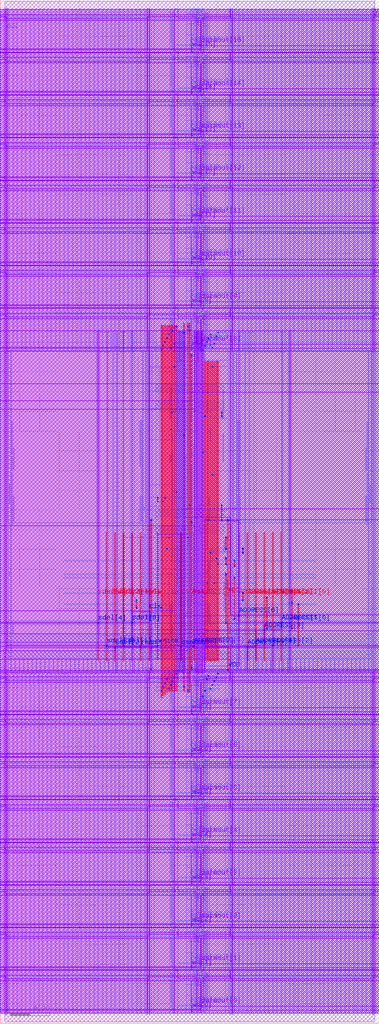
<source format=lef>
VERSION 5.8 ;
BUSBITCHARS "[]" ; 
DIVIDERCHAR "/" ; 


PROPERTYDEFINITIONS 
  MACRO CatenaDesignType STRING ; 
END PROPERTYDEFINITIONS 


MACRO srambank_64x4x16_6t122 
  CLASS BLOCK ; 
  ORIGIN 0 0 ; 
  FOREIGN srambank_64x4x16_6t122 0 0 ; 
  SIZE 38.448 BY 103.68 ; 
  SYMMETRY X Y ; 
  SITE coreSite ; 
  PIN VDD 
    DIRECTION INOUT ; 
    USE POWER ; 
    PORT 
      LAYER M4 ; 
        RECT 0.404 4.688 38.036 4.88 ; 
        RECT 0.404 9.008 38.036 9.2 ; 
        RECT 0.404 13.328 38.036 13.52 ; 
        RECT 0.404 17.648 38.036 17.84 ; 
        RECT 0.404 21.968 38.036 22.16 ; 
        RECT 0.404 26.288 38.036 26.48 ; 
        RECT 0.404 30.608 38.036 30.8 ; 
        RECT 0.404 34.928 38.036 35.12 ; 
        RECT 0.432 36.876 38.016 37.74 ; 
        RECT 22.44 35.756 23.492 35.852 ; 
        RECT 22.964 50.892 23.412 50.988 ; 
        RECT 15.768 49.548 22.68 50.412 ; 
        RECT 15.768 62.22 22.68 63.084 ; 
        RECT 0.404 71.756 38.036 71.948 ; 
        RECT 0.404 76.076 38.036 76.268 ; 
        RECT 0.404 80.396 38.036 80.588 ; 
        RECT 0.404 84.716 38.036 84.908 ; 
        RECT 0.404 89.036 38.036 89.228 ; 
        RECT 0.404 93.356 38.036 93.548 ; 
        RECT 0.404 97.676 38.036 97.868 ; 
        RECT 0.404 101.996 38.036 102.188 ; 
      LAYER M3 ; 
        RECT 37.908 0.866 37.98 5.506 ; 
        RECT 23.292 0.868 23.364 5.504 ; 
        RECT 17.676 1.012 18.036 5.468 ; 
        RECT 15.084 0.868 15.156 5.504 ; 
        RECT 0.468 0.866 0.54 5.506 ; 
        RECT 37.908 5.186 37.98 9.826 ; 
        RECT 23.292 5.188 23.364 9.824 ; 
        RECT 17.676 5.332 18.036 9.788 ; 
        RECT 15.084 5.188 15.156 9.824 ; 
        RECT 0.468 5.186 0.54 9.826 ; 
        RECT 37.908 9.506 37.98 14.146 ; 
        RECT 23.292 9.508 23.364 14.144 ; 
        RECT 17.676 9.652 18.036 14.108 ; 
        RECT 15.084 9.508 15.156 14.144 ; 
        RECT 0.468 9.506 0.54 14.146 ; 
        RECT 37.908 13.826 37.98 18.466 ; 
        RECT 23.292 13.828 23.364 18.464 ; 
        RECT 17.676 13.972 18.036 18.428 ; 
        RECT 15.084 13.828 15.156 18.464 ; 
        RECT 0.468 13.826 0.54 18.466 ; 
        RECT 37.908 18.146 37.98 22.786 ; 
        RECT 23.292 18.148 23.364 22.784 ; 
        RECT 17.676 18.292 18.036 22.748 ; 
        RECT 15.084 18.148 15.156 22.784 ; 
        RECT 0.468 18.146 0.54 22.786 ; 
        RECT 37.908 22.466 37.98 27.106 ; 
        RECT 23.292 22.468 23.364 27.104 ; 
        RECT 17.676 22.612 18.036 27.068 ; 
        RECT 15.084 22.468 15.156 27.104 ; 
        RECT 0.468 22.466 0.54 27.106 ; 
        RECT 37.908 26.786 37.98 31.426 ; 
        RECT 23.292 26.788 23.364 31.424 ; 
        RECT 17.676 26.932 18.036 31.388 ; 
        RECT 15.084 26.788 15.156 31.424 ; 
        RECT 0.468 26.786 0.54 31.426 ; 
        RECT 37.908 31.106 37.98 35.746 ; 
        RECT 23.292 31.108 23.364 35.744 ; 
        RECT 17.676 31.252 18.036 35.708 ; 
        RECT 15.084 31.108 15.156 35.744 ; 
        RECT 0.468 31.106 0.54 35.746 ; 
        RECT 37.908 35.426 37.98 68.254 ; 
        RECT 23.292 35.744 23.364 36.11 ; 
        RECT 23.292 50.704 23.364 68.144 ; 
        RECT 17.82 36.72 18.756 67.052 ; 
        RECT 17.676 66.708 18.036 68.848 ; 
        RECT 17.676 35.6 18.036 37.74 ; 
        RECT 0.468 35.426 0.54 68.254 ; 
        RECT 37.908 67.934 37.98 72.574 ; 
        RECT 23.292 67.936 23.364 72.572 ; 
        RECT 17.676 68.08 18.036 72.536 ; 
        RECT 15.084 67.936 15.156 72.572 ; 
        RECT 0.468 67.934 0.54 72.574 ; 
        RECT 37.908 72.254 37.98 76.894 ; 
        RECT 23.292 72.256 23.364 76.892 ; 
        RECT 17.676 72.4 18.036 76.856 ; 
        RECT 15.084 72.256 15.156 76.892 ; 
        RECT 0.468 72.254 0.54 76.894 ; 
        RECT 37.908 76.574 37.98 81.214 ; 
        RECT 23.292 76.576 23.364 81.212 ; 
        RECT 17.676 76.72 18.036 81.176 ; 
        RECT 15.084 76.576 15.156 81.212 ; 
        RECT 0.468 76.574 0.54 81.214 ; 
        RECT 37.908 80.894 37.98 85.534 ; 
        RECT 23.292 80.896 23.364 85.532 ; 
        RECT 17.676 81.04 18.036 85.496 ; 
        RECT 15.084 80.896 15.156 85.532 ; 
        RECT 0.468 80.894 0.54 85.534 ; 
        RECT 37.908 85.214 37.98 89.854 ; 
        RECT 23.292 85.216 23.364 89.852 ; 
        RECT 17.676 85.36 18.036 89.816 ; 
        RECT 15.084 85.216 15.156 89.852 ; 
        RECT 0.468 85.214 0.54 89.854 ; 
        RECT 37.908 89.534 37.98 94.174 ; 
        RECT 23.292 89.536 23.364 94.172 ; 
        RECT 17.676 89.68 18.036 94.136 ; 
        RECT 15.084 89.536 15.156 94.172 ; 
        RECT 0.468 89.534 0.54 94.174 ; 
        RECT 37.908 93.854 37.98 98.494 ; 
        RECT 23.292 93.856 23.364 98.492 ; 
        RECT 17.676 94 18.036 98.456 ; 
        RECT 15.084 93.856 15.156 98.492 ; 
        RECT 0.468 93.854 0.54 98.494 ; 
        RECT 37.908 98.174 37.98 102.814 ; 
        RECT 23.292 98.176 23.364 102.812 ; 
        RECT 17.676 98.32 18.036 102.776 ; 
        RECT 15.084 98.176 15.156 102.812 ; 
        RECT 0.468 98.174 0.54 102.814 ; 
      LAYER V3 ; 
        RECT 0.468 4.688 0.54 4.88 ; 
        RECT 15.084 4.688 15.156 4.88 ; 
        RECT 17.676 4.688 18.036 4.88 ; 
        RECT 23.292 4.688 23.364 4.88 ; 
        RECT 37.908 4.688 37.98 4.88 ; 
        RECT 0.468 9.008 0.54 9.2 ; 
        RECT 15.084 9.008 15.156 9.2 ; 
        RECT 17.676 9.008 18.036 9.2 ; 
        RECT 23.292 9.008 23.364 9.2 ; 
        RECT 37.908 9.008 37.98 9.2 ; 
        RECT 0.468 13.328 0.54 13.52 ; 
        RECT 15.084 13.328 15.156 13.52 ; 
        RECT 17.676 13.328 18.036 13.52 ; 
        RECT 23.292 13.328 23.364 13.52 ; 
        RECT 37.908 13.328 37.98 13.52 ; 
        RECT 0.468 17.648 0.54 17.84 ; 
        RECT 15.084 17.648 15.156 17.84 ; 
        RECT 17.676 17.648 18.036 17.84 ; 
        RECT 23.292 17.648 23.364 17.84 ; 
        RECT 37.908 17.648 37.98 17.84 ; 
        RECT 0.468 21.968 0.54 22.16 ; 
        RECT 15.084 21.968 15.156 22.16 ; 
        RECT 17.676 21.968 18.036 22.16 ; 
        RECT 23.292 21.968 23.364 22.16 ; 
        RECT 37.908 21.968 37.98 22.16 ; 
        RECT 0.468 26.288 0.54 26.48 ; 
        RECT 15.084 26.288 15.156 26.48 ; 
        RECT 17.676 26.288 18.036 26.48 ; 
        RECT 23.292 26.288 23.364 26.48 ; 
        RECT 37.908 26.288 37.98 26.48 ; 
        RECT 0.468 30.608 0.54 30.8 ; 
        RECT 15.084 30.608 15.156 30.8 ; 
        RECT 17.676 30.608 18.036 30.8 ; 
        RECT 23.292 30.608 23.364 30.8 ; 
        RECT 37.908 30.608 37.98 30.8 ; 
        RECT 0.468 34.928 0.54 35.12 ; 
        RECT 15.084 34.928 15.156 35.12 ; 
        RECT 17.676 34.928 18.036 35.12 ; 
        RECT 23.292 34.928 23.364 35.12 ; 
        RECT 37.908 34.928 37.98 35.12 ; 
        RECT 0.468 36.876 0.54 37.74 ; 
        RECT 17.836 62.22 17.908 63.084 ; 
        RECT 17.836 49.548 17.908 50.412 ; 
        RECT 17.836 36.876 17.908 37.74 ; 
        RECT 18.044 62.22 18.116 63.084 ; 
        RECT 18.044 49.548 18.116 50.412 ; 
        RECT 18.044 36.876 18.116 37.74 ; 
        RECT 18.252 62.22 18.324 63.084 ; 
        RECT 18.252 49.548 18.324 50.412 ; 
        RECT 18.252 36.876 18.324 37.74 ; 
        RECT 18.46 62.22 18.532 63.084 ; 
        RECT 18.46 49.548 18.532 50.412 ; 
        RECT 18.46 36.876 18.532 37.74 ; 
        RECT 18.668 62.22 18.74 63.084 ; 
        RECT 18.668 49.548 18.74 50.412 ; 
        RECT 18.668 36.876 18.74 37.74 ; 
        RECT 23.292 50.892 23.364 50.988 ; 
        RECT 23.292 35.756 23.364 35.852 ; 
        RECT 0.468 71.756 0.54 71.948 ; 
        RECT 15.084 71.756 15.156 71.948 ; 
        RECT 17.676 71.756 18.036 71.948 ; 
        RECT 23.292 71.756 23.364 71.948 ; 
        RECT 37.908 71.756 37.98 71.948 ; 
        RECT 0.468 76.076 0.54 76.268 ; 
        RECT 15.084 76.076 15.156 76.268 ; 
        RECT 17.676 76.076 18.036 76.268 ; 
        RECT 23.292 76.076 23.364 76.268 ; 
        RECT 37.908 76.076 37.98 76.268 ; 
        RECT 0.468 80.396 0.54 80.588 ; 
        RECT 15.084 80.396 15.156 80.588 ; 
        RECT 17.676 80.396 18.036 80.588 ; 
        RECT 23.292 80.396 23.364 80.588 ; 
        RECT 37.908 80.396 37.98 80.588 ; 
        RECT 0.468 84.716 0.54 84.908 ; 
        RECT 15.084 84.716 15.156 84.908 ; 
        RECT 17.676 84.716 18.036 84.908 ; 
        RECT 23.292 84.716 23.364 84.908 ; 
        RECT 37.908 84.716 37.98 84.908 ; 
        RECT 0.468 89.036 0.54 89.228 ; 
        RECT 15.084 89.036 15.156 89.228 ; 
        RECT 17.676 89.036 18.036 89.228 ; 
        RECT 23.292 89.036 23.364 89.228 ; 
        RECT 37.908 89.036 37.98 89.228 ; 
        RECT 0.468 93.356 0.54 93.548 ; 
        RECT 15.084 93.356 15.156 93.548 ; 
        RECT 17.676 93.356 18.036 93.548 ; 
        RECT 23.292 93.356 23.364 93.548 ; 
        RECT 37.908 93.356 37.98 93.548 ; 
        RECT 0.468 97.676 0.54 97.868 ; 
        RECT 15.084 97.676 15.156 97.868 ; 
        RECT 17.676 97.676 18.036 97.868 ; 
        RECT 23.292 97.676 23.364 97.868 ; 
        RECT 37.908 97.676 37.98 97.868 ; 
        RECT 0.468 101.996 0.54 102.188 ; 
        RECT 15.084 101.996 15.156 102.188 ; 
        RECT 17.676 101.996 18.036 102.188 ; 
        RECT 23.292 101.996 23.364 102.188 ; 
        RECT 37.908 101.996 37.98 102.188 ; 
      LAYER M5 ; 
        RECT 23.036 35.684 23.132 51.06 ; 
      LAYER V4 ; 
        RECT 23.036 50.892 23.132 50.988 ; 
        RECT 23.036 35.756 23.132 35.852 ; 
    END 
  END VDD 
  PIN VSS 
    DIRECTION INOUT ; 
    USE POWER ; 
    PORT 
      LAYER M4 ; 
        RECT 0.404 4.304 38.016 4.496 ; 
        RECT 0.404 8.624 38.016 8.816 ; 
        RECT 0.404 12.944 38.016 13.136 ; 
        RECT 0.404 17.264 38.016 17.456 ; 
        RECT 0.404 21.584 38.016 21.776 ; 
        RECT 0.404 25.904 38.016 26.096 ; 
        RECT 0.404 30.224 38.016 30.416 ; 
        RECT 0.404 34.544 38.016 34.736 ; 
        RECT 0.432 38.604 38.016 39.468 ; 
        RECT 15.768 51.276 22.68 52.14 ; 
        RECT 15.768 63.948 22.68 64.812 ; 
        RECT 0.404 71.372 38.016 71.564 ; 
        RECT 0.404 75.692 38.016 75.884 ; 
        RECT 0.404 80.012 38.016 80.204 ; 
        RECT 0.404 84.332 38.016 84.524 ; 
        RECT 0.404 88.652 38.016 88.844 ; 
        RECT 0.404 92.972 38.016 93.164 ; 
        RECT 0.404 97.292 38.016 97.484 ; 
        RECT 0.404 101.612 38.016 101.804 ; 
      LAYER M3 ; 
        RECT 37.764 0.866 37.836 5.506 ; 
        RECT 23.508 0.866 23.58 5.506 ; 
        RECT 20.448 1.012 20.592 5.468 ; 
        RECT 19.836 1.012 19.944 5.468 ; 
        RECT 14.868 0.866 14.94 5.506 ; 
        RECT 0.612 0.866 0.684 5.506 ; 
        RECT 37.764 5.186 37.836 9.826 ; 
        RECT 23.508 5.186 23.58 9.826 ; 
        RECT 20.448 5.332 20.592 9.788 ; 
        RECT 19.836 5.332 19.944 9.788 ; 
        RECT 14.868 5.186 14.94 9.826 ; 
        RECT 0.612 5.186 0.684 9.826 ; 
        RECT 37.764 9.506 37.836 14.146 ; 
        RECT 23.508 9.506 23.58 14.146 ; 
        RECT 20.448 9.652 20.592 14.108 ; 
        RECT 19.836 9.652 19.944 14.108 ; 
        RECT 14.868 9.506 14.94 14.146 ; 
        RECT 0.612 9.506 0.684 14.146 ; 
        RECT 37.764 13.826 37.836 18.466 ; 
        RECT 23.508 13.826 23.58 18.466 ; 
        RECT 20.448 13.972 20.592 18.428 ; 
        RECT 19.836 13.972 19.944 18.428 ; 
        RECT 14.868 13.826 14.94 18.466 ; 
        RECT 0.612 13.826 0.684 18.466 ; 
        RECT 37.764 18.146 37.836 22.786 ; 
        RECT 23.508 18.146 23.58 22.786 ; 
        RECT 20.448 18.292 20.592 22.748 ; 
        RECT 19.836 18.292 19.944 22.748 ; 
        RECT 14.868 18.146 14.94 22.786 ; 
        RECT 0.612 18.146 0.684 22.786 ; 
        RECT 37.764 22.466 37.836 27.106 ; 
        RECT 23.508 22.466 23.58 27.106 ; 
        RECT 20.448 22.612 20.592 27.068 ; 
        RECT 19.836 22.612 19.944 27.068 ; 
        RECT 14.868 22.466 14.94 27.106 ; 
        RECT 0.612 22.466 0.684 27.106 ; 
        RECT 37.764 26.786 37.836 31.426 ; 
        RECT 23.508 26.786 23.58 31.426 ; 
        RECT 20.448 26.932 20.592 31.388 ; 
        RECT 19.836 26.932 19.944 31.388 ; 
        RECT 14.868 26.786 14.94 31.426 ; 
        RECT 0.612 26.786 0.684 31.426 ; 
        RECT 37.764 31.106 37.836 35.746 ; 
        RECT 23.508 31.106 23.58 35.746 ; 
        RECT 20.448 31.252 20.592 35.708 ; 
        RECT 19.836 31.252 19.944 35.708 ; 
        RECT 14.868 31.106 14.94 35.746 ; 
        RECT 0.612 31.106 0.684 35.746 ; 
        RECT 37.764 35.426 37.836 68.254 ; 
        RECT 23.508 35.426 23.58 68.254 ; 
        RECT 19.692 36.32 20.628 67.052 ; 
        RECT 20.448 35.6 20.592 68.148 ; 
        RECT 19.836 35.6 19.944 68.136 ; 
        RECT 14.868 35.426 14.94 68.254 ; 
        RECT 0.612 35.426 0.684 68.254 ; 
        RECT 37.764 67.934 37.836 72.574 ; 
        RECT 23.508 67.934 23.58 72.574 ; 
        RECT 20.448 68.08 20.592 72.536 ; 
        RECT 19.836 68.08 19.944 72.536 ; 
        RECT 14.868 67.934 14.94 72.574 ; 
        RECT 0.612 67.934 0.684 72.574 ; 
        RECT 37.764 72.254 37.836 76.894 ; 
        RECT 23.508 72.254 23.58 76.894 ; 
        RECT 20.448 72.4 20.592 76.856 ; 
        RECT 19.836 72.4 19.944 76.856 ; 
        RECT 14.868 72.254 14.94 76.894 ; 
        RECT 0.612 72.254 0.684 76.894 ; 
        RECT 37.764 76.574 37.836 81.214 ; 
        RECT 23.508 76.574 23.58 81.214 ; 
        RECT 20.448 76.72 20.592 81.176 ; 
        RECT 19.836 76.72 19.944 81.176 ; 
        RECT 14.868 76.574 14.94 81.214 ; 
        RECT 0.612 76.574 0.684 81.214 ; 
        RECT 37.764 80.894 37.836 85.534 ; 
        RECT 23.508 80.894 23.58 85.534 ; 
        RECT 20.448 81.04 20.592 85.496 ; 
        RECT 19.836 81.04 19.944 85.496 ; 
        RECT 14.868 80.894 14.94 85.534 ; 
        RECT 0.612 80.894 0.684 85.534 ; 
        RECT 37.764 85.214 37.836 89.854 ; 
        RECT 23.508 85.214 23.58 89.854 ; 
        RECT 20.448 85.36 20.592 89.816 ; 
        RECT 19.836 85.36 19.944 89.816 ; 
        RECT 14.868 85.214 14.94 89.854 ; 
        RECT 0.612 85.214 0.684 89.854 ; 
        RECT 37.764 89.534 37.836 94.174 ; 
        RECT 23.508 89.534 23.58 94.174 ; 
        RECT 20.448 89.68 20.592 94.136 ; 
        RECT 19.836 89.68 19.944 94.136 ; 
        RECT 14.868 89.534 14.94 94.174 ; 
        RECT 0.612 89.534 0.684 94.174 ; 
        RECT 37.764 93.854 37.836 98.494 ; 
        RECT 23.508 93.854 23.58 98.494 ; 
        RECT 20.448 94 20.592 98.456 ; 
        RECT 19.836 94 19.944 98.456 ; 
        RECT 14.868 93.854 14.94 98.494 ; 
        RECT 0.612 93.854 0.684 98.494 ; 
        RECT 37.764 98.174 37.836 102.814 ; 
        RECT 23.508 98.174 23.58 102.814 ; 
        RECT 20.448 98.32 20.592 102.776 ; 
        RECT 19.836 98.32 19.944 102.776 ; 
        RECT 14.868 98.174 14.94 102.814 ; 
        RECT 0.612 98.174 0.684 102.814 ; 
      LAYER V3 ; 
        RECT 0.612 4.304 0.684 4.496 ; 
        RECT 14.868 4.304 14.94 4.496 ; 
        RECT 19.836 4.304 19.944 4.496 ; 
        RECT 20.448 4.304 20.592 4.496 ; 
        RECT 23.508 4.304 23.58 4.496 ; 
        RECT 37.764 4.304 37.836 4.496 ; 
        RECT 0.612 8.624 0.684 8.816 ; 
        RECT 14.868 8.624 14.94 8.816 ; 
        RECT 19.836 8.624 19.944 8.816 ; 
        RECT 20.448 8.624 20.592 8.816 ; 
        RECT 23.508 8.624 23.58 8.816 ; 
        RECT 37.764 8.624 37.836 8.816 ; 
        RECT 0.612 12.944 0.684 13.136 ; 
        RECT 14.868 12.944 14.94 13.136 ; 
        RECT 19.836 12.944 19.944 13.136 ; 
        RECT 20.448 12.944 20.592 13.136 ; 
        RECT 23.508 12.944 23.58 13.136 ; 
        RECT 37.764 12.944 37.836 13.136 ; 
        RECT 0.612 17.264 0.684 17.456 ; 
        RECT 14.868 17.264 14.94 17.456 ; 
        RECT 19.836 17.264 19.944 17.456 ; 
        RECT 20.448 17.264 20.592 17.456 ; 
        RECT 23.508 17.264 23.58 17.456 ; 
        RECT 37.764 17.264 37.836 17.456 ; 
        RECT 0.612 21.584 0.684 21.776 ; 
        RECT 14.868 21.584 14.94 21.776 ; 
        RECT 19.836 21.584 19.944 21.776 ; 
        RECT 20.448 21.584 20.592 21.776 ; 
        RECT 23.508 21.584 23.58 21.776 ; 
        RECT 37.764 21.584 37.836 21.776 ; 
        RECT 0.612 25.904 0.684 26.096 ; 
        RECT 14.868 25.904 14.94 26.096 ; 
        RECT 19.836 25.904 19.944 26.096 ; 
        RECT 20.448 25.904 20.592 26.096 ; 
        RECT 23.508 25.904 23.58 26.096 ; 
        RECT 37.764 25.904 37.836 26.096 ; 
        RECT 0.612 30.224 0.684 30.416 ; 
        RECT 14.868 30.224 14.94 30.416 ; 
        RECT 19.836 30.224 19.944 30.416 ; 
        RECT 20.448 30.224 20.592 30.416 ; 
        RECT 23.508 30.224 23.58 30.416 ; 
        RECT 37.764 30.224 37.836 30.416 ; 
        RECT 0.612 34.544 0.684 34.736 ; 
        RECT 14.868 34.544 14.94 34.736 ; 
        RECT 19.836 34.544 19.944 34.736 ; 
        RECT 20.448 34.544 20.592 34.736 ; 
        RECT 23.508 34.544 23.58 34.736 ; 
        RECT 37.764 34.544 37.836 34.736 ; 
        RECT 0.612 38.604 0.684 39.468 ; 
        RECT 19.708 63.948 19.78 64.812 ; 
        RECT 19.708 51.276 19.78 52.14 ; 
        RECT 19.708 38.604 19.78 39.468 ; 
        RECT 19.916 63.948 19.988 64.812 ; 
        RECT 19.916 51.276 19.988 52.14 ; 
        RECT 19.916 38.604 19.988 39.468 ; 
        RECT 20.124 63.948 20.196 64.812 ; 
        RECT 20.124 51.276 20.196 52.14 ; 
        RECT 20.124 38.604 20.196 39.468 ; 
        RECT 20.332 63.948 20.404 64.812 ; 
        RECT 20.332 51.276 20.404 52.14 ; 
        RECT 20.332 38.604 20.404 39.468 ; 
        RECT 20.54 63.948 20.612 64.812 ; 
        RECT 20.54 51.276 20.612 52.14 ; 
        RECT 20.54 38.604 20.612 39.468 ; 
        RECT 0.612 71.372 0.684 71.564 ; 
        RECT 14.868 71.372 14.94 71.564 ; 
        RECT 19.836 71.372 19.944 71.564 ; 
        RECT 20.448 71.372 20.592 71.564 ; 
        RECT 23.508 71.372 23.58 71.564 ; 
        RECT 37.764 71.372 37.836 71.564 ; 
        RECT 0.612 75.692 0.684 75.884 ; 
        RECT 14.868 75.692 14.94 75.884 ; 
        RECT 19.836 75.692 19.944 75.884 ; 
        RECT 20.448 75.692 20.592 75.884 ; 
        RECT 23.508 75.692 23.58 75.884 ; 
        RECT 37.764 75.692 37.836 75.884 ; 
        RECT 0.612 80.012 0.684 80.204 ; 
        RECT 14.868 80.012 14.94 80.204 ; 
        RECT 19.836 80.012 19.944 80.204 ; 
        RECT 20.448 80.012 20.592 80.204 ; 
        RECT 23.508 80.012 23.58 80.204 ; 
        RECT 37.764 80.012 37.836 80.204 ; 
        RECT 0.612 84.332 0.684 84.524 ; 
        RECT 14.868 84.332 14.94 84.524 ; 
        RECT 19.836 84.332 19.944 84.524 ; 
        RECT 20.448 84.332 20.592 84.524 ; 
        RECT 23.508 84.332 23.58 84.524 ; 
        RECT 37.764 84.332 37.836 84.524 ; 
        RECT 0.612 88.652 0.684 88.844 ; 
        RECT 14.868 88.652 14.94 88.844 ; 
        RECT 19.836 88.652 19.944 88.844 ; 
        RECT 20.448 88.652 20.592 88.844 ; 
        RECT 23.508 88.652 23.58 88.844 ; 
        RECT 37.764 88.652 37.836 88.844 ; 
        RECT 0.612 92.972 0.684 93.164 ; 
        RECT 14.868 92.972 14.94 93.164 ; 
        RECT 19.836 92.972 19.944 93.164 ; 
        RECT 20.448 92.972 20.592 93.164 ; 
        RECT 23.508 92.972 23.58 93.164 ; 
        RECT 37.764 92.972 37.836 93.164 ; 
        RECT 0.612 97.292 0.684 97.484 ; 
        RECT 14.868 97.292 14.94 97.484 ; 
        RECT 19.836 97.292 19.944 97.484 ; 
        RECT 20.448 97.292 20.592 97.484 ; 
        RECT 23.508 97.292 23.58 97.484 ; 
        RECT 37.764 97.292 37.836 97.484 ; 
        RECT 0.612 101.612 0.684 101.804 ; 
        RECT 14.868 101.612 14.94 101.804 ; 
        RECT 19.836 101.612 19.944 101.804 ; 
        RECT 20.448 101.612 20.592 101.804 ; 
        RECT 23.508 101.612 23.58 101.804 ; 
        RECT 37.764 101.612 37.836 101.804 ; 
    END 
  END VSS 
  PIN ADDRESS[0] 
    DIRECTION INPUT ; 
    USE SIGNAL ; 
    PORT 
      LAYER M3 ; 
        RECT 29.34 40.492 29.412 40.64 ; 
      LAYER M4 ; 
        RECT 29.132 40.524 29.468 40.62 ; 
      LAYER M5 ; 
        RECT 29.328 36.72 29.424 49.68 ; 
      LAYER V3 ; 
        RECT 29.34 40.524 29.412 40.62 ; 
      LAYER V4 ; 
        RECT 29.328 40.524 29.424 40.62 ; 
    END 
  END ADDRESS[0] 
  PIN ADDRESS[1] 
    DIRECTION INPUT ; 
    USE SIGNAL ; 
    PORT 
      LAYER M3 ; 
        RECT 28.476 40.504 28.548 40.652 ; 
      LAYER M4 ; 
        RECT 28.268 40.524 28.604 40.62 ; 
      LAYER M5 ; 
        RECT 28.464 36.72 28.56 49.68 ; 
      LAYER V3 ; 
        RECT 28.476 40.524 28.548 40.62 ; 
      LAYER V4 ; 
        RECT 28.464 40.524 28.56 40.62 ; 
    END 
  END ADDRESS[1] 
  PIN ADDRESS[2] 
    DIRECTION INPUT ; 
    USE SIGNAL ; 
    PORT 
      LAYER M3 ; 
        RECT 27.612 38.188 27.684 38.336 ; 
      LAYER M4 ; 
        RECT 27.404 38.22 27.74 38.316 ; 
      LAYER M5 ; 
        RECT 27.6 36.72 27.696 49.68 ; 
      LAYER V3 ; 
        RECT 27.612 38.22 27.684 38.316 ; 
      LAYER V4 ; 
        RECT 27.6 38.22 27.696 38.316 ; 
    END 
  END ADDRESS[2] 
  PIN ADDRESS[3] 
    DIRECTION INPUT ; 
    USE SIGNAL ; 
    PORT 
      LAYER M3 ; 
        RECT 26.748 39.148 26.82 39.872 ; 
      LAYER M4 ; 
        RECT 26.54 39.756 26.876 39.852 ; 
      LAYER M5 ; 
        RECT 26.736 36.72 26.832 49.68 ; 
      LAYER V3 ; 
        RECT 26.748 39.756 26.82 39.852 ; 
      LAYER V4 ; 
        RECT 26.736 39.756 26.832 39.852 ; 
    END 
  END ADDRESS[3] 
  PIN ADDRESS[4] 
    DIRECTION INPUT ; 
    USE SIGNAL ; 
    PORT 
      LAYER M3 ; 
        RECT 25.884 38.2 25.956 38.468 ; 
      LAYER M4 ; 
        RECT 25.676 38.22 26.012 38.316 ; 
      LAYER M5 ; 
        RECT 25.872 36.72 25.968 49.68 ; 
      LAYER V3 ; 
        RECT 25.884 38.22 25.956 38.316 ; 
      LAYER V4 ; 
        RECT 25.872 38.22 25.968 38.316 ; 
    END 
  END ADDRESS[4] 
  PIN ADDRESS[5] 
    DIRECTION INPUT ; 
    USE SIGNAL ; 
    PORT 
      LAYER M3 ; 
        RECT 25.02 37.132 25.092 38.144 ; 
      LAYER M4 ; 
        RECT 24.812 38.028 25.148 38.124 ; 
      LAYER M5 ; 
        RECT 25.008 36.72 25.104 49.68 ; 
      LAYER V3 ; 
        RECT 25.02 38.028 25.092 38.124 ; 
      LAYER V4 ; 
        RECT 25.008 38.028 25.104 38.124 ; 
    END 
  END ADDRESS[5] 
  PIN ADDRESS[6] 
    DIRECTION INPUT ; 
    USE SIGNAL ; 
    PORT 
      LAYER M3 ; 
        RECT 24.156 41.272 24.228 41.42 ; 
      LAYER M4 ; 
        RECT 23.948 41.292 24.284 41.388 ; 
      LAYER M5 ; 
        RECT 24.144 36.72 24.24 49.68 ; 
      LAYER V3 ; 
        RECT 24.156 41.292 24.228 41.388 ; 
      LAYER V4 ; 
        RECT 24.144 41.292 24.24 41.388 ; 
    END 
  END ADDRESS[6] 
  PIN ADDRESS[7] 
    DIRECTION INPUT ; 
    USE SIGNAL ; 
    PORT 
      LAYER M3 ; 
        RECT 20.7 38.2 20.772 38.468 ; 
      LAYER M4 ; 
        RECT 19.564 38.22 20.816 38.316 ; 
      LAYER M5 ; 
        RECT 19.608 36.72 19.704 49.68 ; 
      LAYER V3 ; 
        RECT 20.7 38.22 20.772 38.316 ; 
      LAYER V4 ; 
        RECT 19.608 38.22 19.704 38.316 ; 
    END 
  END ADDRESS[7] 
  PIN banksel 
    DIRECTION INPUT ; 
    USE SIGNAL ; 
    PORT 
      LAYER M3 ; 
        RECT 19.116 37.132 19.188 38.144 ; 
      LAYER M4 ; 
        RECT 18.268 38.028 19.232 38.124 ; 
      LAYER M5 ; 
        RECT 18.312 36.72 18.408 49.68 ; 
      LAYER V3 ; 
        RECT 19.116 38.028 19.188 38.124 ; 
      LAYER V4 ; 
        RECT 18.312 38.028 18.408 38.124 ; 
    END 
  END banksel 
  PIN write 
    DIRECTION INPUT ; 
    USE SIGNAL ; 
    PORT 
      LAYER M3 ; 
        RECT 15.948 38.2 16.02 38.468 ; 
      LAYER M4 ; 
        RECT 15.74 38.22 16.076 38.316 ; 
      LAYER M5 ; 
        RECT 15.936 36.72 16.032 49.68 ; 
      LAYER V3 ; 
        RECT 15.948 38.22 16.02 38.316 ; 
      LAYER V4 ; 
        RECT 15.936 38.22 16.032 38.316 ; 
    END 
  END write 
  PIN clk 
    DIRECTION INPUT ; 
    USE SIGNAL ; 
    PORT 
      LAYER M3 ; 
        RECT 15.084 41.656 15.156 41.852 ; 
      LAYER M4 ; 
        RECT 14.876 41.676 15.212 41.772 ; 
      LAYER M5 ; 
        RECT 15.072 36.72 15.168 49.68 ; 
      LAYER V3 ; 
        RECT 15.084 41.676 15.156 41.772 ; 
      LAYER V4 ; 
        RECT 15.072 41.676 15.168 41.772 ; 
    END 
  END clk 
  PIN read 
    DIRECTION INPUT ; 
    USE SIGNAL ; 
    PORT 
      LAYER M3 ; 
        RECT 15.228 37.132 15.3 38.144 ; 
      LAYER M4 ; 
        RECT 14.164 38.028 15.344 38.124 ; 
      LAYER M5 ; 
        RECT 14.208 36.72 14.304 49.68 ; 
      LAYER V3 ; 
        RECT 15.228 38.028 15.3 38.124 ; 
      LAYER V4 ; 
        RECT 14.208 38.028 14.304 38.124 ; 
    END 
  END read 
  PIN sdel[0] 
    DIRECTION INPUT ; 
    USE SIGNAL ; 
    PORT 
      LAYER M3 ; 
        RECT 13.356 40.492 13.428 40.64 ; 
      LAYER M4 ; 
        RECT 13.148 40.524 13.484 40.62 ; 
      LAYER M5 ; 
        RECT 13.344 36.72 13.44 49.68 ; 
      LAYER V3 ; 
        RECT 13.356 40.524 13.428 40.62 ; 
      LAYER V4 ; 
        RECT 13.344 40.524 13.44 40.62 ; 
    END 
  END sdel[0] 
  PIN sdel[1] 
    DIRECTION INPUT ; 
    USE SIGNAL ; 
    PORT 
      LAYER M3 ; 
        RECT 12.492 38.2 12.564 39.116 ; 
      LAYER M4 ; 
        RECT 12.284 38.22 12.62 38.316 ; 
      LAYER M5 ; 
        RECT 12.48 36.72 12.576 49.68 ; 
      LAYER V3 ; 
        RECT 12.492 38.22 12.564 38.316 ; 
      LAYER V4 ; 
        RECT 12.48 38.22 12.576 38.316 ; 
    END 
  END sdel[1] 
  PIN sdel[2] 
    DIRECTION INPUT ; 
    USE SIGNAL ; 
    PORT 
      LAYER M3 ; 
        RECT 11.628 37.132 11.7 38.144 ; 
      LAYER M4 ; 
        RECT 11.42 38.028 11.756 38.124 ; 
      LAYER M5 ; 
        RECT 11.616 36.72 11.712 49.68 ; 
      LAYER V3 ; 
        RECT 11.628 38.028 11.7 38.124 ; 
      LAYER V4 ; 
        RECT 11.616 38.028 11.712 38.124 ; 
    END 
  END sdel[2] 
  PIN sdel[3] 
    DIRECTION INPUT ; 
    USE SIGNAL ; 
    PORT 
      LAYER M3 ; 
        RECT 10.764 38.188 10.836 38.336 ; 
      LAYER M4 ; 
        RECT 10.556 38.22 10.892 38.316 ; 
      LAYER M5 ; 
        RECT 10.752 36.72 10.848 49.68 ; 
      LAYER V3 ; 
        RECT 10.764 38.22 10.836 38.316 ; 
      LAYER V4 ; 
        RECT 10.752 38.22 10.848 38.316 ; 
    END 
  END sdel[3] 
  PIN sdel[4] 
    DIRECTION INPUT ; 
    USE SIGNAL ; 
    PORT 
      LAYER M3 ; 
        RECT 9.9 40.492 9.972 40.64 ; 
      LAYER M4 ; 
        RECT 9.692 40.524 10.028 40.62 ; 
      LAYER M5 ; 
        RECT 9.888 36.72 9.984 49.68 ; 
      LAYER V3 ; 
        RECT 9.9 40.524 9.972 40.62 ; 
      LAYER V4 ; 
        RECT 9.888 40.524 9.984 40.62 ; 
    END 
  END sdel[4] 
  PIN dataout[0] 
    DIRECTION OUTPUT ; 
    USE SIGNAL ; 
    PORT 
      LAYER M4 ; 
        RECT 17.952 1.712 20.544 1.808 ; 
      LAYER M3 ; 
        RECT 20.304 1.51 20.376 2.468 ; 
      LAYER V3 ; 
        RECT 20.304 1.712 20.376 1.808 ; 
    END 
  END dataout[0] 
  PIN wd[0] 
    DIRECTION INPUT ; 
    USE SIGNAL ; 
    PORT 
      LAYER M4 ; 
        RECT 17.952 1.328 20.816 1.424 ; 
      LAYER M3 ; 
        RECT 19.404 1.08 19.476 2.7 ; 
      LAYER V3 ; 
        RECT 19.404 1.328 19.476 1.424 ; 
    END 
  END wd[0] 
  PIN dataout[1] 
    DIRECTION OUTPUT ; 
    USE SIGNAL ; 
    PORT 
      LAYER M4 ; 
        RECT 17.952 6.032 20.544 6.128 ; 
      LAYER M3 ; 
        RECT 20.304 5.83 20.376 6.788 ; 
      LAYER V3 ; 
        RECT 20.304 6.032 20.376 6.128 ; 
    END 
  END dataout[1] 
  PIN wd[1] 
    DIRECTION INPUT ; 
    USE SIGNAL ; 
    PORT 
      LAYER M4 ; 
        RECT 17.952 5.648 20.816 5.744 ; 
      LAYER M3 ; 
        RECT 19.404 5.4 19.476 7.02 ; 
      LAYER V3 ; 
        RECT 19.404 5.648 19.476 5.744 ; 
    END 
  END wd[1] 
  PIN dataout[2] 
    DIRECTION OUTPUT ; 
    USE SIGNAL ; 
    PORT 
      LAYER M4 ; 
        RECT 17.952 10.352 20.544 10.448 ; 
      LAYER M3 ; 
        RECT 20.304 10.15 20.376 11.108 ; 
      LAYER V3 ; 
        RECT 20.304 10.352 20.376 10.448 ; 
    END 
  END dataout[2] 
  PIN wd[2] 
    DIRECTION INPUT ; 
    USE SIGNAL ; 
    PORT 
      LAYER M4 ; 
        RECT 17.952 9.968 20.816 10.064 ; 
      LAYER M3 ; 
        RECT 19.404 9.72 19.476 11.34 ; 
      LAYER V3 ; 
        RECT 19.404 9.968 19.476 10.064 ; 
    END 
  END wd[2] 
  PIN dataout[3] 
    DIRECTION OUTPUT ; 
    USE SIGNAL ; 
    PORT 
      LAYER M4 ; 
        RECT 17.952 14.672 20.544 14.768 ; 
      LAYER M3 ; 
        RECT 20.304 14.47 20.376 15.428 ; 
      LAYER V3 ; 
        RECT 20.304 14.672 20.376 14.768 ; 
    END 
  END dataout[3] 
  PIN wd[3] 
    DIRECTION INPUT ; 
    USE SIGNAL ; 
    PORT 
      LAYER M4 ; 
        RECT 17.952 14.288 20.816 14.384 ; 
      LAYER M3 ; 
        RECT 19.404 14.04 19.476 15.66 ; 
      LAYER V3 ; 
        RECT 19.404 14.288 19.476 14.384 ; 
    END 
  END wd[3] 
  PIN dataout[4] 
    DIRECTION OUTPUT ; 
    USE SIGNAL ; 
    PORT 
      LAYER M4 ; 
        RECT 17.952 18.992 20.544 19.088 ; 
      LAYER M3 ; 
        RECT 20.304 18.79 20.376 19.748 ; 
      LAYER V3 ; 
        RECT 20.304 18.992 20.376 19.088 ; 
    END 
  END dataout[4] 
  PIN wd[4] 
    DIRECTION INPUT ; 
    USE SIGNAL ; 
    PORT 
      LAYER M4 ; 
        RECT 17.952 18.608 20.816 18.704 ; 
      LAYER M3 ; 
        RECT 19.404 18.36 19.476 19.98 ; 
      LAYER V3 ; 
        RECT 19.404 18.608 19.476 18.704 ; 
    END 
  END wd[4] 
  PIN dataout[5] 
    DIRECTION OUTPUT ; 
    USE SIGNAL ; 
    PORT 
      LAYER M4 ; 
        RECT 17.952 23.312 20.544 23.408 ; 
      LAYER M3 ; 
        RECT 20.304 23.11 20.376 24.068 ; 
      LAYER V3 ; 
        RECT 20.304 23.312 20.376 23.408 ; 
    END 
  END dataout[5] 
  PIN wd[5] 
    DIRECTION INPUT ; 
    USE SIGNAL ; 
    PORT 
      LAYER M4 ; 
        RECT 17.952 22.928 20.816 23.024 ; 
      LAYER M3 ; 
        RECT 19.404 22.68 19.476 24.3 ; 
      LAYER V3 ; 
        RECT 19.404 22.928 19.476 23.024 ; 
    END 
  END wd[5] 
  PIN dataout[6] 
    DIRECTION OUTPUT ; 
    USE SIGNAL ; 
    PORT 
      LAYER M4 ; 
        RECT 17.952 27.632 20.544 27.728 ; 
      LAYER M3 ; 
        RECT 20.304 27.43 20.376 28.388 ; 
      LAYER V3 ; 
        RECT 20.304 27.632 20.376 27.728 ; 
    END 
  END dataout[6] 
  PIN wd[6] 
    DIRECTION INPUT ; 
    USE SIGNAL ; 
    PORT 
      LAYER M4 ; 
        RECT 17.952 27.248 20.816 27.344 ; 
      LAYER M3 ; 
        RECT 19.404 27 19.476 28.62 ; 
      LAYER V3 ; 
        RECT 19.404 27.248 19.476 27.344 ; 
    END 
  END wd[6] 
  PIN dataout[7] 
    DIRECTION OUTPUT ; 
    USE SIGNAL ; 
    PORT 
      LAYER M4 ; 
        RECT 17.952 31.952 20.544 32.048 ; 
      LAYER M3 ; 
        RECT 20.304 31.75 20.376 32.708 ; 
      LAYER V3 ; 
        RECT 20.304 31.952 20.376 32.048 ; 
    END 
  END dataout[7] 
  PIN wd[7] 
    DIRECTION INPUT ; 
    USE SIGNAL ; 
    PORT 
      LAYER M4 ; 
        RECT 17.952 31.568 20.816 31.664 ; 
      LAYER M3 ; 
        RECT 19.404 31.32 19.476 32.94 ; 
      LAYER V3 ; 
        RECT 19.404 31.568 19.476 31.664 ; 
    END 
  END wd[7] 
  PIN dataout[8] 
    DIRECTION OUTPUT ; 
    USE SIGNAL ; 
    PORT 
      LAYER M4 ; 
        RECT 17.952 68.78 20.544 68.876 ; 
      LAYER M3 ; 
        RECT 20.304 68.578 20.376 69.536 ; 
      LAYER V3 ; 
        RECT 20.304 68.78 20.376 68.876 ; 
    END 
  END dataout[8] 
  PIN wd[8] 
    DIRECTION INPUT ; 
    USE SIGNAL ; 
    PORT 
      LAYER M4 ; 
        RECT 17.952 68.396 20.816 68.492 ; 
      LAYER M3 ; 
        RECT 19.404 68.148 19.476 69.768 ; 
      LAYER V3 ; 
        RECT 19.404 68.396 19.476 68.492 ; 
    END 
  END wd[8] 
  PIN dataout[9] 
    DIRECTION OUTPUT ; 
    USE SIGNAL ; 
    PORT 
      LAYER M4 ; 
        RECT 17.952 73.1 20.544 73.196 ; 
      LAYER M3 ; 
        RECT 20.304 72.898 20.376 73.856 ; 
      LAYER V3 ; 
        RECT 20.304 73.1 20.376 73.196 ; 
    END 
  END dataout[9] 
  PIN wd[9] 
    DIRECTION INPUT ; 
    USE SIGNAL ; 
    PORT 
      LAYER M4 ; 
        RECT 17.952 72.716 20.816 72.812 ; 
      LAYER M3 ; 
        RECT 19.404 72.468 19.476 74.088 ; 
      LAYER V3 ; 
        RECT 19.404 72.716 19.476 72.812 ; 
    END 
  END wd[9] 
  PIN dataout[10] 
    DIRECTION OUTPUT ; 
    USE SIGNAL ; 
    PORT 
      LAYER M4 ; 
        RECT 17.952 77.42 20.544 77.516 ; 
      LAYER M3 ; 
        RECT 20.304 77.218 20.376 78.176 ; 
      LAYER V3 ; 
        RECT 20.304 77.42 20.376 77.516 ; 
    END 
  END dataout[10] 
  PIN wd[10] 
    DIRECTION INPUT ; 
    USE SIGNAL ; 
    PORT 
      LAYER M4 ; 
        RECT 17.952 77.036 20.816 77.132 ; 
      LAYER M3 ; 
        RECT 19.404 76.788 19.476 78.408 ; 
      LAYER V3 ; 
        RECT 19.404 77.036 19.476 77.132 ; 
    END 
  END wd[10] 
  PIN dataout[11] 
    DIRECTION OUTPUT ; 
    USE SIGNAL ; 
    PORT 
      LAYER M4 ; 
        RECT 17.952 81.74 20.544 81.836 ; 
      LAYER M3 ; 
        RECT 20.304 81.538 20.376 82.496 ; 
      LAYER V3 ; 
        RECT 20.304 81.74 20.376 81.836 ; 
    END 
  END dataout[11] 
  PIN wd[11] 
    DIRECTION INPUT ; 
    USE SIGNAL ; 
    PORT 
      LAYER M4 ; 
        RECT 17.952 81.356 20.816 81.452 ; 
      LAYER M3 ; 
        RECT 19.404 81.108 19.476 82.728 ; 
      LAYER V3 ; 
        RECT 19.404 81.356 19.476 81.452 ; 
    END 
  END wd[11] 
  PIN dataout[12] 
    DIRECTION OUTPUT ; 
    USE SIGNAL ; 
    PORT 
      LAYER M4 ; 
        RECT 17.952 86.06 20.544 86.156 ; 
      LAYER M3 ; 
        RECT 20.304 85.858 20.376 86.816 ; 
      LAYER V3 ; 
        RECT 20.304 86.06 20.376 86.156 ; 
    END 
  END dataout[12] 
  PIN wd[12] 
    DIRECTION INPUT ; 
    USE SIGNAL ; 
    PORT 
      LAYER M4 ; 
        RECT 17.952 85.676 20.816 85.772 ; 
      LAYER M3 ; 
        RECT 19.404 85.428 19.476 87.048 ; 
      LAYER V3 ; 
        RECT 19.404 85.676 19.476 85.772 ; 
    END 
  END wd[12] 
  PIN dataout[13] 
    DIRECTION OUTPUT ; 
    USE SIGNAL ; 
    PORT 
      LAYER M4 ; 
        RECT 17.952 90.38 20.544 90.476 ; 
      LAYER M3 ; 
        RECT 20.304 90.178 20.376 91.136 ; 
      LAYER V3 ; 
        RECT 20.304 90.38 20.376 90.476 ; 
    END 
  END dataout[13] 
  PIN wd[13] 
    DIRECTION INPUT ; 
    USE SIGNAL ; 
    PORT 
      LAYER M4 ; 
        RECT 17.952 89.996 20.816 90.092 ; 
      LAYER M3 ; 
        RECT 19.404 89.748 19.476 91.368 ; 
      LAYER V3 ; 
        RECT 19.404 89.996 19.476 90.092 ; 
    END 
  END wd[13] 
  PIN dataout[14] 
    DIRECTION OUTPUT ; 
    USE SIGNAL ; 
    PORT 
      LAYER M4 ; 
        RECT 17.952 94.7 20.544 94.796 ; 
      LAYER M3 ; 
        RECT 20.304 94.498 20.376 95.456 ; 
      LAYER V3 ; 
        RECT 20.304 94.7 20.376 94.796 ; 
    END 
  END dataout[14] 
  PIN wd[14] 
    DIRECTION INPUT ; 
    USE SIGNAL ; 
    PORT 
      LAYER M4 ; 
        RECT 17.952 94.316 20.816 94.412 ; 
      LAYER M3 ; 
        RECT 19.404 94.068 19.476 95.688 ; 
      LAYER V3 ; 
        RECT 19.404 94.316 19.476 94.412 ; 
    END 
  END wd[14] 
  PIN dataout[15] 
    DIRECTION OUTPUT ; 
    USE SIGNAL ; 
    PORT 
      LAYER M4 ; 
        RECT 17.952 99.02 20.544 99.116 ; 
      LAYER M3 ; 
        RECT 20.304 98.818 20.376 99.776 ; 
      LAYER V3 ; 
        RECT 20.304 99.02 20.376 99.116 ; 
    END 
  END dataout[15] 
  PIN wd[15] 
    DIRECTION INPUT ; 
    USE SIGNAL ; 
    PORT 
      LAYER M4 ; 
        RECT 17.952 98.636 20.816 98.732 ; 
      LAYER M3 ; 
        RECT 19.404 98.388 19.476 100.008 ; 
      LAYER V3 ; 
        RECT 19.404 98.636 19.476 98.732 ; 
    END 
  END wd[15] 
OBS 
  LAYER M1 SPACING 0.072 ; 
      RECT 0 1.026 38.448 5.4 ; 
      RECT 0 5.346 38.448 9.72 ; 
      RECT 0 9.666 38.448 14.04 ; 
      RECT 0 13.986 38.448 18.36 ; 
      RECT 0 18.306 38.448 22.68 ; 
      RECT 0 22.626 38.448 27 ; 
      RECT 0 26.946 38.448 31.32 ; 
      RECT 0 31.266 38.448 35.64 ; 
      RECT 0 35.532 38.448 70.146 ; 
        RECT 0 68.094 38.448 72.468 ; 
        RECT 0 72.414 38.448 76.788 ; 
        RECT 0 76.734 38.448 81.108 ; 
        RECT 0 81.054 38.448 85.428 ; 
        RECT 0 85.374 38.448 89.748 ; 
        RECT 0 89.694 38.448 94.068 ; 
        RECT 0 94.014 38.448 98.388 ; 
        RECT 0 98.334 38.448 102.708 ; 
  LAYER M2 SPACING 0.072 ; 
      RECT 0 1.026 38.448 5.4 ; 
      RECT 0 5.346 38.448 9.72 ; 
      RECT 0 9.666 38.448 14.04 ; 
      RECT 0 13.986 38.448 18.36 ; 
      RECT 0 18.306 38.448 22.68 ; 
      RECT 0 22.626 38.448 27 ; 
      RECT 0 26.946 38.448 31.32 ; 
      RECT 0 31.266 38.448 35.64 ; 
      RECT 0 35.532 38.448 70.146 ; 
        RECT 0 68.094 38.448 72.468 ; 
        RECT 0 72.414 38.448 76.788 ; 
        RECT 0 76.734 38.448 81.108 ; 
        RECT 0 81.054 38.448 85.428 ; 
        RECT 0 85.374 38.448 89.748 ; 
        RECT 0 89.694 38.448 94.068 ; 
        RECT 0 94.014 38.448 98.388 ; 
        RECT 0 98.334 38.448 102.708 ; 
  LAYER V1 ; 
      RECT 0 1.026 38.448 5.4 ; 
      RECT 0 5.346 38.448 9.72 ; 
      RECT 0 9.666 38.448 14.04 ; 
      RECT 0 13.986 38.448 18.36 ; 
      RECT 0 18.306 38.448 22.68 ; 
      RECT 0 22.626 38.448 27 ; 
      RECT 0 26.946 38.448 31.32 ; 
      RECT 0 31.266 38.448 35.64 ; 
      RECT 0 35.532 38.448 70.146 ; 
        RECT 0 68.094 38.448 72.468 ; 
        RECT 0 72.414 38.448 76.788 ; 
        RECT 0 76.734 38.448 81.108 ; 
        RECT 0 81.054 38.448 85.428 ; 
        RECT 0 85.374 38.448 89.748 ; 
        RECT 0 89.694 38.448 94.068 ; 
        RECT 0 94.014 38.448 98.388 ; 
        RECT 0 98.334 38.448 102.708 ; 
  LAYER V2 ; 
      RECT 0 1.026 38.448 5.4 ; 
      RECT 0 5.346 38.448 9.72 ; 
      RECT 0 9.666 38.448 14.04 ; 
      RECT 0 13.986 38.448 18.36 ; 
      RECT 0 18.306 38.448 22.68 ; 
      RECT 0 22.626 38.448 27 ; 
      RECT 0 26.946 38.448 31.32 ; 
      RECT 0 31.266 38.448 35.64 ; 
      RECT 0 35.532 38.448 70.146 ; 
        RECT 0 68.094 38.448 72.468 ; 
        RECT 0 72.414 38.448 76.788 ; 
        RECT 0 76.734 38.448 81.108 ; 
        RECT 0 81.054 38.448 85.428 ; 
        RECT 0 85.374 38.448 89.748 ; 
        RECT 0 89.694 38.448 94.068 ; 
        RECT 0 94.014 38.448 98.388 ; 
        RECT 0 98.334 38.448 102.708 ; 
  LAYER M3 ; 
      RECT 20.952 1.38 21.024 5.122 ; 
      RECT 20.808 1.38 20.88 5.122 ; 
      RECT 20.664 3.688 20.736 4.978 ; 
      RECT 20.196 4.476 20.268 4.914 ; 
      RECT 20.16 1.51 20.232 2.468 ; 
      RECT 20.016 3.834 20.088 4.448 ; 
      RECT 19.692 3.936 19.764 4.968 ; 
      RECT 17.532 1.38 17.604 5.122 ; 
      RECT 17.388 1.38 17.46 5.122 ; 
      RECT 17.244 2.104 17.316 4.376 ; 
      RECT 20.952 5.7 21.024 9.442 ; 
      RECT 20.808 5.7 20.88 9.442 ; 
      RECT 20.664 8.008 20.736 9.298 ; 
      RECT 20.196 8.796 20.268 9.234 ; 
      RECT 20.16 5.83 20.232 6.788 ; 
      RECT 20.016 8.154 20.088 8.768 ; 
      RECT 19.692 8.256 19.764 9.288 ; 
      RECT 17.532 5.7 17.604 9.442 ; 
      RECT 17.388 5.7 17.46 9.442 ; 
      RECT 17.244 6.424 17.316 8.696 ; 
      RECT 20.952 10.02 21.024 13.762 ; 
      RECT 20.808 10.02 20.88 13.762 ; 
      RECT 20.664 12.328 20.736 13.618 ; 
      RECT 20.196 13.116 20.268 13.554 ; 
      RECT 20.16 10.15 20.232 11.108 ; 
      RECT 20.016 12.474 20.088 13.088 ; 
      RECT 19.692 12.576 19.764 13.608 ; 
      RECT 17.532 10.02 17.604 13.762 ; 
      RECT 17.388 10.02 17.46 13.762 ; 
      RECT 17.244 10.744 17.316 13.016 ; 
      RECT 20.952 14.34 21.024 18.082 ; 
      RECT 20.808 14.34 20.88 18.082 ; 
      RECT 20.664 16.648 20.736 17.938 ; 
      RECT 20.196 17.436 20.268 17.874 ; 
      RECT 20.16 14.47 20.232 15.428 ; 
      RECT 20.016 16.794 20.088 17.408 ; 
      RECT 19.692 16.896 19.764 17.928 ; 
      RECT 17.532 14.34 17.604 18.082 ; 
      RECT 17.388 14.34 17.46 18.082 ; 
      RECT 17.244 15.064 17.316 17.336 ; 
      RECT 20.952 18.66 21.024 22.402 ; 
      RECT 20.808 18.66 20.88 22.402 ; 
      RECT 20.664 20.968 20.736 22.258 ; 
      RECT 20.196 21.756 20.268 22.194 ; 
      RECT 20.16 18.79 20.232 19.748 ; 
      RECT 20.016 21.114 20.088 21.728 ; 
      RECT 19.692 21.216 19.764 22.248 ; 
      RECT 17.532 18.66 17.604 22.402 ; 
      RECT 17.388 18.66 17.46 22.402 ; 
      RECT 17.244 19.384 17.316 21.656 ; 
      RECT 20.952 22.98 21.024 26.722 ; 
      RECT 20.808 22.98 20.88 26.722 ; 
      RECT 20.664 25.288 20.736 26.578 ; 
      RECT 20.196 26.076 20.268 26.514 ; 
      RECT 20.16 23.11 20.232 24.068 ; 
      RECT 20.016 25.434 20.088 26.048 ; 
      RECT 19.692 25.536 19.764 26.568 ; 
      RECT 17.532 22.98 17.604 26.722 ; 
      RECT 17.388 22.98 17.46 26.722 ; 
      RECT 17.244 23.704 17.316 25.976 ; 
      RECT 20.952 27.3 21.024 31.042 ; 
      RECT 20.808 27.3 20.88 31.042 ; 
      RECT 20.664 29.608 20.736 30.898 ; 
      RECT 20.196 30.396 20.268 30.834 ; 
      RECT 20.16 27.43 20.232 28.388 ; 
      RECT 20.016 29.754 20.088 30.368 ; 
      RECT 19.692 29.856 19.764 30.888 ; 
      RECT 17.532 27.3 17.604 31.042 ; 
      RECT 17.388 27.3 17.46 31.042 ; 
      RECT 17.244 28.024 17.316 30.296 ; 
      RECT 20.952 31.62 21.024 35.362 ; 
      RECT 20.808 31.62 20.88 35.362 ; 
      RECT 20.664 33.928 20.736 35.218 ; 
      RECT 20.196 34.716 20.268 35.154 ; 
      RECT 20.16 31.75 20.232 32.708 ; 
      RECT 20.016 34.074 20.088 34.688 ; 
      RECT 19.692 34.176 19.764 35.208 ; 
      RECT 17.532 31.62 17.604 35.362 ; 
      RECT 17.388 31.62 17.46 35.362 ; 
      RECT 17.244 32.344 17.316 34.616 ; 
      RECT 37.62 50.704 37.692 68.126 ; 
      RECT 37.476 45.444 37.548 45.72 ; 
      RECT 37.476 52.676 37.548 54.534 ; 
      RECT 37.332 35.426 37.404 68.254 ; 
      RECT 37.188 50.504 37.26 53.594 ; 
      RECT 37.188 53.7988 37.26 55.764 ; 
      RECT 37.188 55.964 37.26 57.45 ; 
      RECT 37.188 57.702 37.26 60.948 ; 
      RECT 37.044 50.846 37.116 53.414 ; 
      RECT 37.044 56.124 37.116 58.252 ; 
      RECT 36.9 35.426 36.972 36.826 ; 
      RECT 36.468 35.426 36.54 36.826 ; 
      RECT 36.036 35.426 36.108 36.826 ; 
      RECT 35.604 35.426 35.676 36.826 ; 
      RECT 35.172 35.426 35.244 36.826 ; 
      RECT 34.74 35.426 34.812 36.826 ; 
      RECT 34.308 35.426 34.38 36.826 ; 
      RECT 33.876 35.426 33.948 36.826 ; 
      RECT 33.444 35.426 33.516 36.826 ; 
      RECT 33.012 35.426 33.084 36.826 ; 
      RECT 32.58 35.426 32.652 36.826 ; 
      RECT 32.148 35.426 32.22 36.826 ; 
      RECT 31.716 35.426 31.788 36.826 ; 
      RECT 31.284 35.426 31.356 36.826 ; 
      RECT 30.852 35.426 30.924 36.826 ; 
      RECT 30.42 35.426 30.492 36.826 ; 
      RECT 29.988 35.426 30.06 36.826 ; 
      RECT 29.556 35.426 29.628 36.826 ; 
      RECT 29.124 35.426 29.196 36.826 ; 
      RECT 28.692 35.426 28.764 36.826 ; 
      RECT 28.26 35.426 28.332 36.826 ; 
      RECT 27.828 35.426 27.9 36.826 ; 
      RECT 27.396 35.426 27.468 36.826 ; 
      RECT 26.964 35.426 27.036 36.826 ; 
      RECT 26.532 35.426 26.604 36.826 ; 
      RECT 26.1 35.426 26.172 36.826 ; 
      RECT 25.668 35.426 25.74 36.826 ; 
      RECT 25.236 35.426 25.308 36.826 ; 
      RECT 24.804 35.426 24.876 36.826 ; 
      RECT 24.372 35.426 24.444 36.826 ; 
      RECT 24.228 50.58 24.3 53.3992 ; 
      RECT 24.228 56.368 24.3 61.092 ; 
      RECT 24.156 38.068 24.228 40.772 ; 
      RECT 24.156 43.756 24.228 44.948 ; 
      RECT 24.084 50.834 24.156 53.594 ; 
      RECT 24.084 53.798 24.156 57.764 ; 
      RECT 24.084 57.884 24.156 61.02 ; 
      RECT 23.94 35.426 24.012 68.254 ; 
      RECT 23.796 51.924 23.868 52.256 ; 
      RECT 23.724 38.5 23.796 41.024 ; 
      RECT 23.724 42.676 23.796 43.436 ; 
      RECT 23.724 46.204 23.796 46.4 ; 
      RECT 23.652 50.704 23.724 68.144 ; 
      RECT 23.292 36.988 23.364 40.196 ; 
      RECT 23.292 42.388 23.364 44.66 ; 
      RECT 23.148 42.676 23.22 44.156 ; 
      RECT 23.004 40.084 23.076 40.628 ; 
      RECT 23.004 44.044 23.076 44.948 ; 
      RECT 23.004 49.012 23.076 49.268 ; 
      RECT 22.86 40.492 22.932 40.64 ; 
      RECT 22.86 46.996 22.932 47.168 ; 
      RECT 22.86 49.132 22.932 49.28 ; 
      RECT 22.716 41.74 22.788 43.724 ; 
      RECT 22.716 43.9 22.788 44.66 ; 
      RECT 22.716 47.74 22.788 48.98 ; 
      RECT 22.572 56.86 22.644 59.78 ; 
      RECT 22.572 61.18 22.644 64.1 ; 
      RECT 21.276 40.228 21.348 41.42 ; 
      RECT 21.276 44.98 21.348 45.236 ; 
      RECT 21.276 46.06 21.348 47.9 ; 
      RECT 21.276 50.86 21.348 51.008 ; 
      RECT 21.276 59.02 21.348 60.212 ; 
      RECT 21.132 40.516 21.204 42.536 ; 
      RECT 21.132 43.612 21.204 46.82 ; 
      RECT 21.132 50.992 21.204 52.076 ; 
      RECT 21.132 52.396 21.204 53.3 ; 
      RECT 20.988 40.228 21.06 42.932 ; 
      RECT 20.988 43.324 21.06 44.66 ; 
      RECT 20.988 45.484 21.06 46.028 ; 
      RECT 20.988 48.22 21.06 51.428 ; 
      RECT 20.988 53.164 21.06 53.312 ; 
      RECT 20.988 61.828 21.06 63.164 ; 
      RECT 20.844 41.164 20.916 41.708 ; 
      RECT 20.844 48.724 20.916 52.652 ; 
      RECT 20.844 54.412 20.916 55.604 ; 
      RECT 20.844 61.18 20.916 62.228 ; 
      RECT 20.7 37.42 20.772 38.036 ; 
      RECT 20.7 40.66 20.772 47.804 ; 
      RECT 20.7 51.964 20.772 61.292 ; 
      RECT 20.7 62.116 20.772 66.548 ; 
      RECT 19.548 38.5 19.62 39.548 ; 
      RECT 19.548 40.084 19.62 40.34 ; 
      RECT 19.548 40.66 19.62 41.564 ; 
      RECT 19.548 41.74 19.62 42.5 ; 
      RECT 19.548 42.82 19.62 53.3 ; 
      RECT 19.548 53.476 19.62 58.7 ; 
      RECT 19.548 63.052 19.62 64.1 ; 
      RECT 19.404 42.496 19.476 43.58 ; 
      RECT 19.404 43.9 19.476 47.252 ; 
      RECT 19.404 47.932 19.476 51.284 ; 
      RECT 19.404 51.46 19.476 56.54 ; 
      RECT 19.404 57.364 19.476 58.052 ; 
      RECT 19.404 60.892 19.476 65.18 ; 
      RECT 19.26 42.82 19.332 43.904 ; 
      RECT 19.26 44.524 19.332 44.672 ; 
      RECT 19.26 47.644 19.332 51.572 ; 
      RECT 19.26 52.54 19.332 54.38 ; 
      RECT 19.26 55.78 19.332 58.736 ; 
      RECT 19.116 39.292 19.188 43.58 ; 
      RECT 19.116 49.948 19.188 50.816 ; 
      RECT 19.116 55.492 19.188 56.684 ; 
      RECT 18.972 41.884 19.044 43.724 ; 
      RECT 18.972 48.22 19.044 48.98 ; 
      RECT 18.972 49.144 19.044 49.292 ; 
      RECT 18.972 50.236 19.044 51.572 ; 
      RECT 18.972 52.108 19.044 57.476 ; 
      RECT 18.972 57.904 19.044 62.372 ; 
      RECT 18.828 39.58 18.9 40.34 ; 
      RECT 18.828 41.164 18.9 41.708 ; 
      RECT 18.828 42.82 18.9 55.46 ; 
      RECT 18.828 55.78 18.9 57.62 ; 
      RECT 18.828 60.1 18.9 61.94 ; 
      RECT 18.828 65.356 18.9 66.26 ; 
      RECT 18.684 35.532 18.756 36.148 ; 
      RECT 18.684 67.576 18.756 68.192 ; 
      RECT 18.54 35.532 18.612 35.732 ; 
      RECT 18.252 35.532 18.324 35.818 ; 
      RECT 18.252 67.854 18.324 68.254 ; 
      RECT 17.676 41.596 17.748 42.356 ; 
      RECT 17.676 44.548 17.748 46.028 ; 
      RECT 17.676 52.396 17.748 53.3 ; 
      RECT 17.676 54.556 17.748 59.132 ; 
      RECT 17.676 62.26 17.748 64.1 ; 
      RECT 17.676 66.412 17.748 66.56 ; 
      RECT 17.532 37.42 17.604 39.404 ; 
      RECT 17.532 53.74 17.604 53.888 ; 
      RECT 17.532 58.048 17.604 61.292 ; 
      RECT 17.388 39.292 17.46 40.34 ; 
      RECT 17.388 41.452 17.46 42.788 ; 
      RECT 17.388 43.612 17.46 44.012 ; 
      RECT 17.388 47.14 17.46 58.196 ; 
      RECT 17.388 58.732 17.46 59.636 ; 
      RECT 17.244 37.924 17.316 42.5 ; 
      RECT 17.244 56.86 17.316 57.62 ; 
      RECT 17.244 60.076 17.316 60.224 ; 
      RECT 17.244 61.18 17.316 64.388 ; 
      RECT 17.1 41.74 17.172 45.74 ; 
      RECT 17.1 59.5 17.172 59.648 ; 
      RECT 16.956 38.5 17.028 38.612 ; 
      RECT 15.66 40.084 15.732 41.708 ; 
      RECT 15.372 40.228 15.444 42.644 ; 
      RECT 15.228 39.58 15.3 39.836 ; 
      RECT 15.084 35.744 15.156 35.948 ; 
      RECT 15.084 48.22 15.156 48.98 ; 
      RECT 15.084 50.704 15.156 68.144 ; 
      RECT 14.724 50.704 14.796 68.144 ; 
      RECT 14.652 37.42 14.724 38.18 ; 
      RECT 14.652 40.516 14.724 49.556 ; 
      RECT 14.58 51.924 14.652 52.256 ; 
      RECT 14.436 35.426 14.508 68.254 ; 
      RECT 14.292 50.834 14.364 53.594 ; 
      RECT 14.292 53.798 14.364 57.764 ; 
      RECT 14.292 57.884 14.364 61.02 ; 
      RECT 14.22 37.42 14.292 39.404 ; 
      RECT 14.22 42.532 14.292 44.804 ; 
      RECT 14.22 46.06 14.292 48.98 ; 
      RECT 14.148 50.58 14.22 53.3992 ; 
      RECT 14.148 56.368 14.22 61.092 ; 
      RECT 14.004 35.426 14.076 36.826 ; 
      RECT 13.572 35.426 13.644 36.826 ; 
      RECT 13.14 35.426 13.212 36.826 ; 
      RECT 12.708 35.426 12.78 36.826 ; 
      RECT 12.276 35.426 12.348 36.826 ; 
      RECT 11.844 35.426 11.916 36.826 ; 
      RECT 11.412 35.426 11.484 36.826 ; 
      RECT 10.98 35.426 11.052 36.826 ; 
      RECT 10.548 35.426 10.62 36.826 ; 
      RECT 10.116 35.426 10.188 36.826 ; 
      RECT 9.684 35.426 9.756 36.826 ; 
      RECT 9.252 35.426 9.324 36.826 ; 
      RECT 8.82 35.426 8.892 36.826 ; 
      RECT 8.388 35.426 8.46 36.826 ; 
      RECT 7.956 35.426 8.028 36.826 ; 
      RECT 7.524 35.426 7.596 36.826 ; 
      RECT 7.092 35.426 7.164 36.826 ; 
      RECT 6.66 35.426 6.732 36.826 ; 
      RECT 6.228 35.426 6.3 36.826 ; 
      RECT 5.796 35.426 5.868 36.826 ; 
      RECT 5.364 35.426 5.436 36.826 ; 
      RECT 4.932 35.426 5.004 36.826 ; 
      RECT 4.5 35.426 4.572 36.826 ; 
      RECT 4.068 35.426 4.14 36.826 ; 
      RECT 3.636 35.426 3.708 36.826 ; 
      RECT 3.204 35.426 3.276 36.826 ; 
      RECT 2.772 35.426 2.844 36.826 ; 
      RECT 2.34 35.426 2.412 36.826 ; 
      RECT 1.908 35.426 1.98 36.826 ; 
      RECT 1.476 35.426 1.548 36.826 ; 
      RECT 1.332 50.846 1.404 53.414 ; 
      RECT 1.332 56.124 1.404 58.252 ; 
      RECT 1.26 39.58 1.332 40.484 ; 
      RECT 1.188 50.504 1.26 53.594 ; 
      RECT 1.188 53.7988 1.26 55.764 ; 
      RECT 1.188 55.964 1.26 57.45 ; 
      RECT 1.188 57.702 1.26 60.948 ; 
      RECT 1.044 35.426 1.116 68.254 ; 
      RECT 0.9 45.444 0.972 45.72 ; 
      RECT 0.9 52.676 0.972 54.534 ; 
      RECT 0.756 50.704 0.828 68.126 ; 
        RECT 20.952 68.448 21.024 72.19 ; 
        RECT 20.808 68.448 20.88 72.19 ; 
        RECT 20.664 70.756 20.736 72.046 ; 
        RECT 20.196 71.544 20.268 71.982 ; 
        RECT 20.16 68.578 20.232 69.536 ; 
        RECT 20.016 70.902 20.088 71.516 ; 
        RECT 19.692 71.004 19.764 72.036 ; 
        RECT 17.532 68.448 17.604 72.19 ; 
        RECT 17.388 68.448 17.46 72.19 ; 
        RECT 17.244 69.172 17.316 71.444 ; 
        RECT 20.952 72.768 21.024 76.51 ; 
        RECT 20.808 72.768 20.88 76.51 ; 
        RECT 20.664 75.076 20.736 76.366 ; 
        RECT 20.196 75.864 20.268 76.302 ; 
        RECT 20.16 72.898 20.232 73.856 ; 
        RECT 20.016 75.222 20.088 75.836 ; 
        RECT 19.692 75.324 19.764 76.356 ; 
        RECT 17.532 72.768 17.604 76.51 ; 
        RECT 17.388 72.768 17.46 76.51 ; 
        RECT 17.244 73.492 17.316 75.764 ; 
        RECT 20.952 77.088 21.024 80.83 ; 
        RECT 20.808 77.088 20.88 80.83 ; 
        RECT 20.664 79.396 20.736 80.686 ; 
        RECT 20.196 80.184 20.268 80.622 ; 
        RECT 20.16 77.218 20.232 78.176 ; 
        RECT 20.016 79.542 20.088 80.156 ; 
        RECT 19.692 79.644 19.764 80.676 ; 
        RECT 17.532 77.088 17.604 80.83 ; 
        RECT 17.388 77.088 17.46 80.83 ; 
        RECT 17.244 77.812 17.316 80.084 ; 
        RECT 20.952 81.408 21.024 85.15 ; 
        RECT 20.808 81.408 20.88 85.15 ; 
        RECT 20.664 83.716 20.736 85.006 ; 
        RECT 20.196 84.504 20.268 84.942 ; 
        RECT 20.16 81.538 20.232 82.496 ; 
        RECT 20.016 83.862 20.088 84.476 ; 
        RECT 19.692 83.964 19.764 84.996 ; 
        RECT 17.532 81.408 17.604 85.15 ; 
        RECT 17.388 81.408 17.46 85.15 ; 
        RECT 17.244 82.132 17.316 84.404 ; 
        RECT 20.952 85.728 21.024 89.47 ; 
        RECT 20.808 85.728 20.88 89.47 ; 
        RECT 20.664 88.036 20.736 89.326 ; 
        RECT 20.196 88.824 20.268 89.262 ; 
        RECT 20.16 85.858 20.232 86.816 ; 
        RECT 20.016 88.182 20.088 88.796 ; 
        RECT 19.692 88.284 19.764 89.316 ; 
        RECT 17.532 85.728 17.604 89.47 ; 
        RECT 17.388 85.728 17.46 89.47 ; 
        RECT 17.244 86.452 17.316 88.724 ; 
        RECT 20.952 90.048 21.024 93.79 ; 
        RECT 20.808 90.048 20.88 93.79 ; 
        RECT 20.664 92.356 20.736 93.646 ; 
        RECT 20.196 93.144 20.268 93.582 ; 
        RECT 20.16 90.178 20.232 91.136 ; 
        RECT 20.016 92.502 20.088 93.116 ; 
        RECT 19.692 92.604 19.764 93.636 ; 
        RECT 17.532 90.048 17.604 93.79 ; 
        RECT 17.388 90.048 17.46 93.79 ; 
        RECT 17.244 90.772 17.316 93.044 ; 
        RECT 20.952 94.368 21.024 98.11 ; 
        RECT 20.808 94.368 20.88 98.11 ; 
        RECT 20.664 96.676 20.736 97.966 ; 
        RECT 20.196 97.464 20.268 97.902 ; 
        RECT 20.16 94.498 20.232 95.456 ; 
        RECT 20.016 96.822 20.088 97.436 ; 
        RECT 19.692 96.924 19.764 97.956 ; 
        RECT 17.532 94.368 17.604 98.11 ; 
        RECT 17.388 94.368 17.46 98.11 ; 
        RECT 17.244 95.092 17.316 97.364 ; 
        RECT 20.952 98.688 21.024 102.43 ; 
        RECT 20.808 98.688 20.88 102.43 ; 
        RECT 20.664 100.996 20.736 102.286 ; 
        RECT 20.196 101.784 20.268 102.222 ; 
        RECT 20.16 98.818 20.232 99.776 ; 
        RECT 20.016 101.142 20.088 101.756 ; 
        RECT 19.692 101.244 19.764 102.276 ; 
        RECT 17.532 98.688 17.604 102.43 ; 
        RECT 17.388 98.688 17.46 102.43 ; 
        RECT 17.244 99.412 17.316 101.684 ; 
  LAYER M3 SPACING 0.072 ; 
      RECT 20.72 1.026 21.232 5.4 ; 
      RECT 20.664 3.688 21.232 4.978 ; 
      RECT 20.072 2.596 20.32 5.4 ; 
      RECT 20.016 3.834 20.32 4.448 ; 
      RECT 20.072 1.026 20.176 5.4 ; 
      RECT 20.072 1.51 20.232 2.468 ; 
      RECT 20.072 1.026 20.32 1.382 ; 
      RECT 18.884 2.828 19.708 5.4 ; 
      RECT 19.604 1.026 19.708 5.4 ; 
      RECT 18.884 3.936 19.764 4.968 ; 
      RECT 18.884 1.026 19.276 5.4 ; 
      RECT 17.216 1.026 17.548 5.4 ; 
      RECT 17.216 1.38 17.604 5.122 ; 
      RECT 38.108 1.026 38.448 5.4 ; 
      RECT 37.532 1.026 37.636 5.4 ; 
      RECT 37.1 1.026 37.204 5.4 ; 
      RECT 36.668 1.026 36.772 5.4 ; 
      RECT 36.236 1.026 36.34 5.4 ; 
      RECT 35.804 1.026 35.908 5.4 ; 
      RECT 35.372 1.026 35.476 5.4 ; 
      RECT 34.94 1.026 35.044 5.4 ; 
      RECT 34.508 1.026 34.612 5.4 ; 
      RECT 34.076 1.026 34.18 5.4 ; 
      RECT 33.644 1.026 33.748 5.4 ; 
      RECT 33.212 1.026 33.316 5.4 ; 
      RECT 32.78 1.026 32.884 5.4 ; 
      RECT 32.348 1.026 32.452 5.4 ; 
      RECT 31.916 1.026 32.02 5.4 ; 
      RECT 31.484 1.026 31.588 5.4 ; 
      RECT 31.052 1.026 31.156 5.4 ; 
      RECT 30.62 1.026 30.724 5.4 ; 
      RECT 30.188 1.026 30.292 5.4 ; 
      RECT 29.756 1.026 29.86 5.4 ; 
      RECT 29.324 1.026 29.428 5.4 ; 
      RECT 28.892 1.026 28.996 5.4 ; 
      RECT 28.46 1.026 28.564 5.4 ; 
      RECT 28.028 1.026 28.132 5.4 ; 
      RECT 27.596 1.026 27.7 5.4 ; 
      RECT 27.164 1.026 27.268 5.4 ; 
      RECT 26.732 1.026 26.836 5.4 ; 
      RECT 26.3 1.026 26.404 5.4 ; 
      RECT 25.868 1.026 25.972 5.4 ; 
      RECT 25.436 1.026 25.54 5.4 ; 
      RECT 25.004 1.026 25.108 5.4 ; 
      RECT 24.572 1.026 24.676 5.4 ; 
      RECT 24.14 1.026 24.244 5.4 ; 
      RECT 23.708 1.026 23.812 5.4 ; 
      RECT 22.856 1.026 23.164 5.4 ; 
      RECT 15.284 1.026 15.592 5.4 ; 
      RECT 14.636 1.026 14.74 5.4 ; 
      RECT 14.204 1.026 14.308 5.4 ; 
      RECT 13.772 1.026 13.876 5.4 ; 
      RECT 13.34 1.026 13.444 5.4 ; 
      RECT 12.908 1.026 13.012 5.4 ; 
      RECT 12.476 1.026 12.58 5.4 ; 
      RECT 12.044 1.026 12.148 5.4 ; 
      RECT 11.612 1.026 11.716 5.4 ; 
      RECT 11.18 1.026 11.284 5.4 ; 
      RECT 10.748 1.026 10.852 5.4 ; 
      RECT 10.316 1.026 10.42 5.4 ; 
      RECT 9.884 1.026 9.988 5.4 ; 
      RECT 9.452 1.026 9.556 5.4 ; 
      RECT 9.02 1.026 9.124 5.4 ; 
      RECT 8.588 1.026 8.692 5.4 ; 
      RECT 8.156 1.026 8.26 5.4 ; 
      RECT 7.724 1.026 7.828 5.4 ; 
      RECT 7.292 1.026 7.396 5.4 ; 
      RECT 6.86 1.026 6.964 5.4 ; 
      RECT 6.428 1.026 6.532 5.4 ; 
      RECT 5.996 1.026 6.1 5.4 ; 
      RECT 5.564 1.026 5.668 5.4 ; 
      RECT 5.132 1.026 5.236 5.4 ; 
      RECT 4.7 1.026 4.804 5.4 ; 
      RECT 4.268 1.026 4.372 5.4 ; 
      RECT 3.836 1.026 3.94 5.4 ; 
      RECT 3.404 1.026 3.508 5.4 ; 
      RECT 2.972 1.026 3.076 5.4 ; 
      RECT 2.54 1.026 2.644 5.4 ; 
      RECT 2.108 1.026 2.212 5.4 ; 
      RECT 1.676 1.026 1.78 5.4 ; 
      RECT 1.244 1.026 1.348 5.4 ; 
      RECT 0.812 1.026 0.916 5.4 ; 
      RECT 0 1.026 0.34 5.4 ; 
      RECT 20.72 5.346 21.232 9.72 ; 
      RECT 20.664 8.008 21.232 9.298 ; 
      RECT 20.072 6.916 20.32 9.72 ; 
      RECT 20.016 8.154 20.32 8.768 ; 
      RECT 20.072 5.346 20.176 9.72 ; 
      RECT 20.072 5.83 20.232 6.788 ; 
      RECT 20.072 5.346 20.32 5.702 ; 
      RECT 18.884 7.148 19.708 9.72 ; 
      RECT 19.604 5.346 19.708 9.72 ; 
      RECT 18.884 8.256 19.764 9.288 ; 
      RECT 18.884 5.346 19.276 9.72 ; 
      RECT 17.216 5.346 17.548 9.72 ; 
      RECT 17.216 5.7 17.604 9.442 ; 
      RECT 38.108 5.346 38.448 9.72 ; 
      RECT 37.532 5.346 37.636 9.72 ; 
      RECT 37.1 5.346 37.204 9.72 ; 
      RECT 36.668 5.346 36.772 9.72 ; 
      RECT 36.236 5.346 36.34 9.72 ; 
      RECT 35.804 5.346 35.908 9.72 ; 
      RECT 35.372 5.346 35.476 9.72 ; 
      RECT 34.94 5.346 35.044 9.72 ; 
      RECT 34.508 5.346 34.612 9.72 ; 
      RECT 34.076 5.346 34.18 9.72 ; 
      RECT 33.644 5.346 33.748 9.72 ; 
      RECT 33.212 5.346 33.316 9.72 ; 
      RECT 32.78 5.346 32.884 9.72 ; 
      RECT 32.348 5.346 32.452 9.72 ; 
      RECT 31.916 5.346 32.02 9.72 ; 
      RECT 31.484 5.346 31.588 9.72 ; 
      RECT 31.052 5.346 31.156 9.72 ; 
      RECT 30.62 5.346 30.724 9.72 ; 
      RECT 30.188 5.346 30.292 9.72 ; 
      RECT 29.756 5.346 29.86 9.72 ; 
      RECT 29.324 5.346 29.428 9.72 ; 
      RECT 28.892 5.346 28.996 9.72 ; 
      RECT 28.46 5.346 28.564 9.72 ; 
      RECT 28.028 5.346 28.132 9.72 ; 
      RECT 27.596 5.346 27.7 9.72 ; 
      RECT 27.164 5.346 27.268 9.72 ; 
      RECT 26.732 5.346 26.836 9.72 ; 
      RECT 26.3 5.346 26.404 9.72 ; 
      RECT 25.868 5.346 25.972 9.72 ; 
      RECT 25.436 5.346 25.54 9.72 ; 
      RECT 25.004 5.346 25.108 9.72 ; 
      RECT 24.572 5.346 24.676 9.72 ; 
      RECT 24.14 5.346 24.244 9.72 ; 
      RECT 23.708 5.346 23.812 9.72 ; 
      RECT 22.856 5.346 23.164 9.72 ; 
      RECT 15.284 5.346 15.592 9.72 ; 
      RECT 14.636 5.346 14.74 9.72 ; 
      RECT 14.204 5.346 14.308 9.72 ; 
      RECT 13.772 5.346 13.876 9.72 ; 
      RECT 13.34 5.346 13.444 9.72 ; 
      RECT 12.908 5.346 13.012 9.72 ; 
      RECT 12.476 5.346 12.58 9.72 ; 
      RECT 12.044 5.346 12.148 9.72 ; 
      RECT 11.612 5.346 11.716 9.72 ; 
      RECT 11.18 5.346 11.284 9.72 ; 
      RECT 10.748 5.346 10.852 9.72 ; 
      RECT 10.316 5.346 10.42 9.72 ; 
      RECT 9.884 5.346 9.988 9.72 ; 
      RECT 9.452 5.346 9.556 9.72 ; 
      RECT 9.02 5.346 9.124 9.72 ; 
      RECT 8.588 5.346 8.692 9.72 ; 
      RECT 8.156 5.346 8.26 9.72 ; 
      RECT 7.724 5.346 7.828 9.72 ; 
      RECT 7.292 5.346 7.396 9.72 ; 
      RECT 6.86 5.346 6.964 9.72 ; 
      RECT 6.428 5.346 6.532 9.72 ; 
      RECT 5.996 5.346 6.1 9.72 ; 
      RECT 5.564 5.346 5.668 9.72 ; 
      RECT 5.132 5.346 5.236 9.72 ; 
      RECT 4.7 5.346 4.804 9.72 ; 
      RECT 4.268 5.346 4.372 9.72 ; 
      RECT 3.836 5.346 3.94 9.72 ; 
      RECT 3.404 5.346 3.508 9.72 ; 
      RECT 2.972 5.346 3.076 9.72 ; 
      RECT 2.54 5.346 2.644 9.72 ; 
      RECT 2.108 5.346 2.212 9.72 ; 
      RECT 1.676 5.346 1.78 9.72 ; 
      RECT 1.244 5.346 1.348 9.72 ; 
      RECT 0.812 5.346 0.916 9.72 ; 
      RECT 0 5.346 0.34 9.72 ; 
      RECT 20.72 9.666 21.232 14.04 ; 
      RECT 20.664 12.328 21.232 13.618 ; 
      RECT 20.072 11.236 20.32 14.04 ; 
      RECT 20.016 12.474 20.32 13.088 ; 
      RECT 20.072 9.666 20.176 14.04 ; 
      RECT 20.072 10.15 20.232 11.108 ; 
      RECT 20.072 9.666 20.32 10.022 ; 
      RECT 18.884 11.468 19.708 14.04 ; 
      RECT 19.604 9.666 19.708 14.04 ; 
      RECT 18.884 12.576 19.764 13.608 ; 
      RECT 18.884 9.666 19.276 14.04 ; 
      RECT 17.216 9.666 17.548 14.04 ; 
      RECT 17.216 10.02 17.604 13.762 ; 
      RECT 38.108 9.666 38.448 14.04 ; 
      RECT 37.532 9.666 37.636 14.04 ; 
      RECT 37.1 9.666 37.204 14.04 ; 
      RECT 36.668 9.666 36.772 14.04 ; 
      RECT 36.236 9.666 36.34 14.04 ; 
      RECT 35.804 9.666 35.908 14.04 ; 
      RECT 35.372 9.666 35.476 14.04 ; 
      RECT 34.94 9.666 35.044 14.04 ; 
      RECT 34.508 9.666 34.612 14.04 ; 
      RECT 34.076 9.666 34.18 14.04 ; 
      RECT 33.644 9.666 33.748 14.04 ; 
      RECT 33.212 9.666 33.316 14.04 ; 
      RECT 32.78 9.666 32.884 14.04 ; 
      RECT 32.348 9.666 32.452 14.04 ; 
      RECT 31.916 9.666 32.02 14.04 ; 
      RECT 31.484 9.666 31.588 14.04 ; 
      RECT 31.052 9.666 31.156 14.04 ; 
      RECT 30.62 9.666 30.724 14.04 ; 
      RECT 30.188 9.666 30.292 14.04 ; 
      RECT 29.756 9.666 29.86 14.04 ; 
      RECT 29.324 9.666 29.428 14.04 ; 
      RECT 28.892 9.666 28.996 14.04 ; 
      RECT 28.46 9.666 28.564 14.04 ; 
      RECT 28.028 9.666 28.132 14.04 ; 
      RECT 27.596 9.666 27.7 14.04 ; 
      RECT 27.164 9.666 27.268 14.04 ; 
      RECT 26.732 9.666 26.836 14.04 ; 
      RECT 26.3 9.666 26.404 14.04 ; 
      RECT 25.868 9.666 25.972 14.04 ; 
      RECT 25.436 9.666 25.54 14.04 ; 
      RECT 25.004 9.666 25.108 14.04 ; 
      RECT 24.572 9.666 24.676 14.04 ; 
      RECT 24.14 9.666 24.244 14.04 ; 
      RECT 23.708 9.666 23.812 14.04 ; 
      RECT 22.856 9.666 23.164 14.04 ; 
      RECT 15.284 9.666 15.592 14.04 ; 
      RECT 14.636 9.666 14.74 14.04 ; 
      RECT 14.204 9.666 14.308 14.04 ; 
      RECT 13.772 9.666 13.876 14.04 ; 
      RECT 13.34 9.666 13.444 14.04 ; 
      RECT 12.908 9.666 13.012 14.04 ; 
      RECT 12.476 9.666 12.58 14.04 ; 
      RECT 12.044 9.666 12.148 14.04 ; 
      RECT 11.612 9.666 11.716 14.04 ; 
      RECT 11.18 9.666 11.284 14.04 ; 
      RECT 10.748 9.666 10.852 14.04 ; 
      RECT 10.316 9.666 10.42 14.04 ; 
      RECT 9.884 9.666 9.988 14.04 ; 
      RECT 9.452 9.666 9.556 14.04 ; 
      RECT 9.02 9.666 9.124 14.04 ; 
      RECT 8.588 9.666 8.692 14.04 ; 
      RECT 8.156 9.666 8.26 14.04 ; 
      RECT 7.724 9.666 7.828 14.04 ; 
      RECT 7.292 9.666 7.396 14.04 ; 
      RECT 6.86 9.666 6.964 14.04 ; 
      RECT 6.428 9.666 6.532 14.04 ; 
      RECT 5.996 9.666 6.1 14.04 ; 
      RECT 5.564 9.666 5.668 14.04 ; 
      RECT 5.132 9.666 5.236 14.04 ; 
      RECT 4.7 9.666 4.804 14.04 ; 
      RECT 4.268 9.666 4.372 14.04 ; 
      RECT 3.836 9.666 3.94 14.04 ; 
      RECT 3.404 9.666 3.508 14.04 ; 
      RECT 2.972 9.666 3.076 14.04 ; 
      RECT 2.54 9.666 2.644 14.04 ; 
      RECT 2.108 9.666 2.212 14.04 ; 
      RECT 1.676 9.666 1.78 14.04 ; 
      RECT 1.244 9.666 1.348 14.04 ; 
      RECT 0.812 9.666 0.916 14.04 ; 
      RECT 0 9.666 0.34 14.04 ; 
      RECT 20.72 13.986 21.232 18.36 ; 
      RECT 20.664 16.648 21.232 17.938 ; 
      RECT 20.072 15.556 20.32 18.36 ; 
      RECT 20.016 16.794 20.32 17.408 ; 
      RECT 20.072 13.986 20.176 18.36 ; 
      RECT 20.072 14.47 20.232 15.428 ; 
      RECT 20.072 13.986 20.32 14.342 ; 
      RECT 18.884 15.788 19.708 18.36 ; 
      RECT 19.604 13.986 19.708 18.36 ; 
      RECT 18.884 16.896 19.764 17.928 ; 
      RECT 18.884 13.986 19.276 18.36 ; 
      RECT 17.216 13.986 17.548 18.36 ; 
      RECT 17.216 14.34 17.604 18.082 ; 
      RECT 38.108 13.986 38.448 18.36 ; 
      RECT 37.532 13.986 37.636 18.36 ; 
      RECT 37.1 13.986 37.204 18.36 ; 
      RECT 36.668 13.986 36.772 18.36 ; 
      RECT 36.236 13.986 36.34 18.36 ; 
      RECT 35.804 13.986 35.908 18.36 ; 
      RECT 35.372 13.986 35.476 18.36 ; 
      RECT 34.94 13.986 35.044 18.36 ; 
      RECT 34.508 13.986 34.612 18.36 ; 
      RECT 34.076 13.986 34.18 18.36 ; 
      RECT 33.644 13.986 33.748 18.36 ; 
      RECT 33.212 13.986 33.316 18.36 ; 
      RECT 32.78 13.986 32.884 18.36 ; 
      RECT 32.348 13.986 32.452 18.36 ; 
      RECT 31.916 13.986 32.02 18.36 ; 
      RECT 31.484 13.986 31.588 18.36 ; 
      RECT 31.052 13.986 31.156 18.36 ; 
      RECT 30.62 13.986 30.724 18.36 ; 
      RECT 30.188 13.986 30.292 18.36 ; 
      RECT 29.756 13.986 29.86 18.36 ; 
      RECT 29.324 13.986 29.428 18.36 ; 
      RECT 28.892 13.986 28.996 18.36 ; 
      RECT 28.46 13.986 28.564 18.36 ; 
      RECT 28.028 13.986 28.132 18.36 ; 
      RECT 27.596 13.986 27.7 18.36 ; 
      RECT 27.164 13.986 27.268 18.36 ; 
      RECT 26.732 13.986 26.836 18.36 ; 
      RECT 26.3 13.986 26.404 18.36 ; 
      RECT 25.868 13.986 25.972 18.36 ; 
      RECT 25.436 13.986 25.54 18.36 ; 
      RECT 25.004 13.986 25.108 18.36 ; 
      RECT 24.572 13.986 24.676 18.36 ; 
      RECT 24.14 13.986 24.244 18.36 ; 
      RECT 23.708 13.986 23.812 18.36 ; 
      RECT 22.856 13.986 23.164 18.36 ; 
      RECT 15.284 13.986 15.592 18.36 ; 
      RECT 14.636 13.986 14.74 18.36 ; 
      RECT 14.204 13.986 14.308 18.36 ; 
      RECT 13.772 13.986 13.876 18.36 ; 
      RECT 13.34 13.986 13.444 18.36 ; 
      RECT 12.908 13.986 13.012 18.36 ; 
      RECT 12.476 13.986 12.58 18.36 ; 
      RECT 12.044 13.986 12.148 18.36 ; 
      RECT 11.612 13.986 11.716 18.36 ; 
      RECT 11.18 13.986 11.284 18.36 ; 
      RECT 10.748 13.986 10.852 18.36 ; 
      RECT 10.316 13.986 10.42 18.36 ; 
      RECT 9.884 13.986 9.988 18.36 ; 
      RECT 9.452 13.986 9.556 18.36 ; 
      RECT 9.02 13.986 9.124 18.36 ; 
      RECT 8.588 13.986 8.692 18.36 ; 
      RECT 8.156 13.986 8.26 18.36 ; 
      RECT 7.724 13.986 7.828 18.36 ; 
      RECT 7.292 13.986 7.396 18.36 ; 
      RECT 6.86 13.986 6.964 18.36 ; 
      RECT 6.428 13.986 6.532 18.36 ; 
      RECT 5.996 13.986 6.1 18.36 ; 
      RECT 5.564 13.986 5.668 18.36 ; 
      RECT 5.132 13.986 5.236 18.36 ; 
      RECT 4.7 13.986 4.804 18.36 ; 
      RECT 4.268 13.986 4.372 18.36 ; 
      RECT 3.836 13.986 3.94 18.36 ; 
      RECT 3.404 13.986 3.508 18.36 ; 
      RECT 2.972 13.986 3.076 18.36 ; 
      RECT 2.54 13.986 2.644 18.36 ; 
      RECT 2.108 13.986 2.212 18.36 ; 
      RECT 1.676 13.986 1.78 18.36 ; 
      RECT 1.244 13.986 1.348 18.36 ; 
      RECT 0.812 13.986 0.916 18.36 ; 
      RECT 0 13.986 0.34 18.36 ; 
      RECT 20.72 18.306 21.232 22.68 ; 
      RECT 20.664 20.968 21.232 22.258 ; 
      RECT 20.072 19.876 20.32 22.68 ; 
      RECT 20.016 21.114 20.32 21.728 ; 
      RECT 20.072 18.306 20.176 22.68 ; 
      RECT 20.072 18.79 20.232 19.748 ; 
      RECT 20.072 18.306 20.32 18.662 ; 
      RECT 18.884 20.108 19.708 22.68 ; 
      RECT 19.604 18.306 19.708 22.68 ; 
      RECT 18.884 21.216 19.764 22.248 ; 
      RECT 18.884 18.306 19.276 22.68 ; 
      RECT 17.216 18.306 17.548 22.68 ; 
      RECT 17.216 18.66 17.604 22.402 ; 
      RECT 38.108 18.306 38.448 22.68 ; 
      RECT 37.532 18.306 37.636 22.68 ; 
      RECT 37.1 18.306 37.204 22.68 ; 
      RECT 36.668 18.306 36.772 22.68 ; 
      RECT 36.236 18.306 36.34 22.68 ; 
      RECT 35.804 18.306 35.908 22.68 ; 
      RECT 35.372 18.306 35.476 22.68 ; 
      RECT 34.94 18.306 35.044 22.68 ; 
      RECT 34.508 18.306 34.612 22.68 ; 
      RECT 34.076 18.306 34.18 22.68 ; 
      RECT 33.644 18.306 33.748 22.68 ; 
      RECT 33.212 18.306 33.316 22.68 ; 
      RECT 32.78 18.306 32.884 22.68 ; 
      RECT 32.348 18.306 32.452 22.68 ; 
      RECT 31.916 18.306 32.02 22.68 ; 
      RECT 31.484 18.306 31.588 22.68 ; 
      RECT 31.052 18.306 31.156 22.68 ; 
      RECT 30.62 18.306 30.724 22.68 ; 
      RECT 30.188 18.306 30.292 22.68 ; 
      RECT 29.756 18.306 29.86 22.68 ; 
      RECT 29.324 18.306 29.428 22.68 ; 
      RECT 28.892 18.306 28.996 22.68 ; 
      RECT 28.46 18.306 28.564 22.68 ; 
      RECT 28.028 18.306 28.132 22.68 ; 
      RECT 27.596 18.306 27.7 22.68 ; 
      RECT 27.164 18.306 27.268 22.68 ; 
      RECT 26.732 18.306 26.836 22.68 ; 
      RECT 26.3 18.306 26.404 22.68 ; 
      RECT 25.868 18.306 25.972 22.68 ; 
      RECT 25.436 18.306 25.54 22.68 ; 
      RECT 25.004 18.306 25.108 22.68 ; 
      RECT 24.572 18.306 24.676 22.68 ; 
      RECT 24.14 18.306 24.244 22.68 ; 
      RECT 23.708 18.306 23.812 22.68 ; 
      RECT 22.856 18.306 23.164 22.68 ; 
      RECT 15.284 18.306 15.592 22.68 ; 
      RECT 14.636 18.306 14.74 22.68 ; 
      RECT 14.204 18.306 14.308 22.68 ; 
      RECT 13.772 18.306 13.876 22.68 ; 
      RECT 13.34 18.306 13.444 22.68 ; 
      RECT 12.908 18.306 13.012 22.68 ; 
      RECT 12.476 18.306 12.58 22.68 ; 
      RECT 12.044 18.306 12.148 22.68 ; 
      RECT 11.612 18.306 11.716 22.68 ; 
      RECT 11.18 18.306 11.284 22.68 ; 
      RECT 10.748 18.306 10.852 22.68 ; 
      RECT 10.316 18.306 10.42 22.68 ; 
      RECT 9.884 18.306 9.988 22.68 ; 
      RECT 9.452 18.306 9.556 22.68 ; 
      RECT 9.02 18.306 9.124 22.68 ; 
      RECT 8.588 18.306 8.692 22.68 ; 
      RECT 8.156 18.306 8.26 22.68 ; 
      RECT 7.724 18.306 7.828 22.68 ; 
      RECT 7.292 18.306 7.396 22.68 ; 
      RECT 6.86 18.306 6.964 22.68 ; 
      RECT 6.428 18.306 6.532 22.68 ; 
      RECT 5.996 18.306 6.1 22.68 ; 
      RECT 5.564 18.306 5.668 22.68 ; 
      RECT 5.132 18.306 5.236 22.68 ; 
      RECT 4.7 18.306 4.804 22.68 ; 
      RECT 4.268 18.306 4.372 22.68 ; 
      RECT 3.836 18.306 3.94 22.68 ; 
      RECT 3.404 18.306 3.508 22.68 ; 
      RECT 2.972 18.306 3.076 22.68 ; 
      RECT 2.54 18.306 2.644 22.68 ; 
      RECT 2.108 18.306 2.212 22.68 ; 
      RECT 1.676 18.306 1.78 22.68 ; 
      RECT 1.244 18.306 1.348 22.68 ; 
      RECT 0.812 18.306 0.916 22.68 ; 
      RECT 0 18.306 0.34 22.68 ; 
      RECT 20.72 22.626 21.232 27 ; 
      RECT 20.664 25.288 21.232 26.578 ; 
      RECT 20.072 24.196 20.32 27 ; 
      RECT 20.016 25.434 20.32 26.048 ; 
      RECT 20.072 22.626 20.176 27 ; 
      RECT 20.072 23.11 20.232 24.068 ; 
      RECT 20.072 22.626 20.32 22.982 ; 
      RECT 18.884 24.428 19.708 27 ; 
      RECT 19.604 22.626 19.708 27 ; 
      RECT 18.884 25.536 19.764 26.568 ; 
      RECT 18.884 22.626 19.276 27 ; 
      RECT 17.216 22.626 17.548 27 ; 
      RECT 17.216 22.98 17.604 26.722 ; 
      RECT 38.108 22.626 38.448 27 ; 
      RECT 37.532 22.626 37.636 27 ; 
      RECT 37.1 22.626 37.204 27 ; 
      RECT 36.668 22.626 36.772 27 ; 
      RECT 36.236 22.626 36.34 27 ; 
      RECT 35.804 22.626 35.908 27 ; 
      RECT 35.372 22.626 35.476 27 ; 
      RECT 34.94 22.626 35.044 27 ; 
      RECT 34.508 22.626 34.612 27 ; 
      RECT 34.076 22.626 34.18 27 ; 
      RECT 33.644 22.626 33.748 27 ; 
      RECT 33.212 22.626 33.316 27 ; 
      RECT 32.78 22.626 32.884 27 ; 
      RECT 32.348 22.626 32.452 27 ; 
      RECT 31.916 22.626 32.02 27 ; 
      RECT 31.484 22.626 31.588 27 ; 
      RECT 31.052 22.626 31.156 27 ; 
      RECT 30.62 22.626 30.724 27 ; 
      RECT 30.188 22.626 30.292 27 ; 
      RECT 29.756 22.626 29.86 27 ; 
      RECT 29.324 22.626 29.428 27 ; 
      RECT 28.892 22.626 28.996 27 ; 
      RECT 28.46 22.626 28.564 27 ; 
      RECT 28.028 22.626 28.132 27 ; 
      RECT 27.596 22.626 27.7 27 ; 
      RECT 27.164 22.626 27.268 27 ; 
      RECT 26.732 22.626 26.836 27 ; 
      RECT 26.3 22.626 26.404 27 ; 
      RECT 25.868 22.626 25.972 27 ; 
      RECT 25.436 22.626 25.54 27 ; 
      RECT 25.004 22.626 25.108 27 ; 
      RECT 24.572 22.626 24.676 27 ; 
      RECT 24.14 22.626 24.244 27 ; 
      RECT 23.708 22.626 23.812 27 ; 
      RECT 22.856 22.626 23.164 27 ; 
      RECT 15.284 22.626 15.592 27 ; 
      RECT 14.636 22.626 14.74 27 ; 
      RECT 14.204 22.626 14.308 27 ; 
      RECT 13.772 22.626 13.876 27 ; 
      RECT 13.34 22.626 13.444 27 ; 
      RECT 12.908 22.626 13.012 27 ; 
      RECT 12.476 22.626 12.58 27 ; 
      RECT 12.044 22.626 12.148 27 ; 
      RECT 11.612 22.626 11.716 27 ; 
      RECT 11.18 22.626 11.284 27 ; 
      RECT 10.748 22.626 10.852 27 ; 
      RECT 10.316 22.626 10.42 27 ; 
      RECT 9.884 22.626 9.988 27 ; 
      RECT 9.452 22.626 9.556 27 ; 
      RECT 9.02 22.626 9.124 27 ; 
      RECT 8.588 22.626 8.692 27 ; 
      RECT 8.156 22.626 8.26 27 ; 
      RECT 7.724 22.626 7.828 27 ; 
      RECT 7.292 22.626 7.396 27 ; 
      RECT 6.86 22.626 6.964 27 ; 
      RECT 6.428 22.626 6.532 27 ; 
      RECT 5.996 22.626 6.1 27 ; 
      RECT 5.564 22.626 5.668 27 ; 
      RECT 5.132 22.626 5.236 27 ; 
      RECT 4.7 22.626 4.804 27 ; 
      RECT 4.268 22.626 4.372 27 ; 
      RECT 3.836 22.626 3.94 27 ; 
      RECT 3.404 22.626 3.508 27 ; 
      RECT 2.972 22.626 3.076 27 ; 
      RECT 2.54 22.626 2.644 27 ; 
      RECT 2.108 22.626 2.212 27 ; 
      RECT 1.676 22.626 1.78 27 ; 
      RECT 1.244 22.626 1.348 27 ; 
      RECT 0.812 22.626 0.916 27 ; 
      RECT 0 22.626 0.34 27 ; 
      RECT 20.72 26.946 21.232 31.32 ; 
      RECT 20.664 29.608 21.232 30.898 ; 
      RECT 20.072 28.516 20.32 31.32 ; 
      RECT 20.016 29.754 20.32 30.368 ; 
      RECT 20.072 26.946 20.176 31.32 ; 
      RECT 20.072 27.43 20.232 28.388 ; 
      RECT 20.072 26.946 20.32 27.302 ; 
      RECT 18.884 28.748 19.708 31.32 ; 
      RECT 19.604 26.946 19.708 31.32 ; 
      RECT 18.884 29.856 19.764 30.888 ; 
      RECT 18.884 26.946 19.276 31.32 ; 
      RECT 17.216 26.946 17.548 31.32 ; 
      RECT 17.216 27.3 17.604 31.042 ; 
      RECT 38.108 26.946 38.448 31.32 ; 
      RECT 37.532 26.946 37.636 31.32 ; 
      RECT 37.1 26.946 37.204 31.32 ; 
      RECT 36.668 26.946 36.772 31.32 ; 
      RECT 36.236 26.946 36.34 31.32 ; 
      RECT 35.804 26.946 35.908 31.32 ; 
      RECT 35.372 26.946 35.476 31.32 ; 
      RECT 34.94 26.946 35.044 31.32 ; 
      RECT 34.508 26.946 34.612 31.32 ; 
      RECT 34.076 26.946 34.18 31.32 ; 
      RECT 33.644 26.946 33.748 31.32 ; 
      RECT 33.212 26.946 33.316 31.32 ; 
      RECT 32.78 26.946 32.884 31.32 ; 
      RECT 32.348 26.946 32.452 31.32 ; 
      RECT 31.916 26.946 32.02 31.32 ; 
      RECT 31.484 26.946 31.588 31.32 ; 
      RECT 31.052 26.946 31.156 31.32 ; 
      RECT 30.62 26.946 30.724 31.32 ; 
      RECT 30.188 26.946 30.292 31.32 ; 
      RECT 29.756 26.946 29.86 31.32 ; 
      RECT 29.324 26.946 29.428 31.32 ; 
      RECT 28.892 26.946 28.996 31.32 ; 
      RECT 28.46 26.946 28.564 31.32 ; 
      RECT 28.028 26.946 28.132 31.32 ; 
      RECT 27.596 26.946 27.7 31.32 ; 
      RECT 27.164 26.946 27.268 31.32 ; 
      RECT 26.732 26.946 26.836 31.32 ; 
      RECT 26.3 26.946 26.404 31.32 ; 
      RECT 25.868 26.946 25.972 31.32 ; 
      RECT 25.436 26.946 25.54 31.32 ; 
      RECT 25.004 26.946 25.108 31.32 ; 
      RECT 24.572 26.946 24.676 31.32 ; 
      RECT 24.14 26.946 24.244 31.32 ; 
      RECT 23.708 26.946 23.812 31.32 ; 
      RECT 22.856 26.946 23.164 31.32 ; 
      RECT 15.284 26.946 15.592 31.32 ; 
      RECT 14.636 26.946 14.74 31.32 ; 
      RECT 14.204 26.946 14.308 31.32 ; 
      RECT 13.772 26.946 13.876 31.32 ; 
      RECT 13.34 26.946 13.444 31.32 ; 
      RECT 12.908 26.946 13.012 31.32 ; 
      RECT 12.476 26.946 12.58 31.32 ; 
      RECT 12.044 26.946 12.148 31.32 ; 
      RECT 11.612 26.946 11.716 31.32 ; 
      RECT 11.18 26.946 11.284 31.32 ; 
      RECT 10.748 26.946 10.852 31.32 ; 
      RECT 10.316 26.946 10.42 31.32 ; 
      RECT 9.884 26.946 9.988 31.32 ; 
      RECT 9.452 26.946 9.556 31.32 ; 
      RECT 9.02 26.946 9.124 31.32 ; 
      RECT 8.588 26.946 8.692 31.32 ; 
      RECT 8.156 26.946 8.26 31.32 ; 
      RECT 7.724 26.946 7.828 31.32 ; 
      RECT 7.292 26.946 7.396 31.32 ; 
      RECT 6.86 26.946 6.964 31.32 ; 
      RECT 6.428 26.946 6.532 31.32 ; 
      RECT 5.996 26.946 6.1 31.32 ; 
      RECT 5.564 26.946 5.668 31.32 ; 
      RECT 5.132 26.946 5.236 31.32 ; 
      RECT 4.7 26.946 4.804 31.32 ; 
      RECT 4.268 26.946 4.372 31.32 ; 
      RECT 3.836 26.946 3.94 31.32 ; 
      RECT 3.404 26.946 3.508 31.32 ; 
      RECT 2.972 26.946 3.076 31.32 ; 
      RECT 2.54 26.946 2.644 31.32 ; 
      RECT 2.108 26.946 2.212 31.32 ; 
      RECT 1.676 26.946 1.78 31.32 ; 
      RECT 1.244 26.946 1.348 31.32 ; 
      RECT 0.812 26.946 0.916 31.32 ; 
      RECT 0 26.946 0.34 31.32 ; 
      RECT 20.72 31.266 21.232 35.64 ; 
      RECT 20.664 33.928 21.232 35.218 ; 
      RECT 20.072 32.836 20.32 35.64 ; 
      RECT 20.016 34.074 20.32 34.688 ; 
      RECT 20.072 31.266 20.176 35.64 ; 
      RECT 20.072 31.75 20.232 32.708 ; 
      RECT 20.072 31.266 20.32 31.622 ; 
      RECT 18.884 33.068 19.708 35.64 ; 
      RECT 19.604 31.266 19.708 35.64 ; 
      RECT 18.884 34.176 19.764 35.208 ; 
      RECT 18.884 31.266 19.276 35.64 ; 
      RECT 17.216 31.266 17.548 35.64 ; 
      RECT 17.216 31.62 17.604 35.362 ; 
      RECT 38.108 31.266 38.448 35.64 ; 
      RECT 37.532 31.266 37.636 35.64 ; 
      RECT 37.1 31.266 37.204 35.64 ; 
      RECT 36.668 31.266 36.772 35.64 ; 
      RECT 36.236 31.266 36.34 35.64 ; 
      RECT 35.804 31.266 35.908 35.64 ; 
      RECT 35.372 31.266 35.476 35.64 ; 
      RECT 34.94 31.266 35.044 35.64 ; 
      RECT 34.508 31.266 34.612 35.64 ; 
      RECT 34.076 31.266 34.18 35.64 ; 
      RECT 33.644 31.266 33.748 35.64 ; 
      RECT 33.212 31.266 33.316 35.64 ; 
      RECT 32.78 31.266 32.884 35.64 ; 
      RECT 32.348 31.266 32.452 35.64 ; 
      RECT 31.916 31.266 32.02 35.64 ; 
      RECT 31.484 31.266 31.588 35.64 ; 
      RECT 31.052 31.266 31.156 35.64 ; 
      RECT 30.62 31.266 30.724 35.64 ; 
      RECT 30.188 31.266 30.292 35.64 ; 
      RECT 29.756 31.266 29.86 35.64 ; 
      RECT 29.324 31.266 29.428 35.64 ; 
      RECT 28.892 31.266 28.996 35.64 ; 
      RECT 28.46 31.266 28.564 35.64 ; 
      RECT 28.028 31.266 28.132 35.64 ; 
      RECT 27.596 31.266 27.7 35.64 ; 
      RECT 27.164 31.266 27.268 35.64 ; 
      RECT 26.732 31.266 26.836 35.64 ; 
      RECT 26.3 31.266 26.404 35.64 ; 
      RECT 25.868 31.266 25.972 35.64 ; 
      RECT 25.436 31.266 25.54 35.64 ; 
      RECT 25.004 31.266 25.108 35.64 ; 
      RECT 24.572 31.266 24.676 35.64 ; 
      RECT 24.14 31.266 24.244 35.64 ; 
      RECT 23.708 31.266 23.812 35.64 ; 
      RECT 22.856 31.266 23.164 35.64 ; 
      RECT 15.284 31.266 15.592 35.64 ; 
      RECT 14.636 31.266 14.74 35.64 ; 
      RECT 14.204 31.266 14.308 35.64 ; 
      RECT 13.772 31.266 13.876 35.64 ; 
      RECT 13.34 31.266 13.444 35.64 ; 
      RECT 12.908 31.266 13.012 35.64 ; 
      RECT 12.476 31.266 12.58 35.64 ; 
      RECT 12.044 31.266 12.148 35.64 ; 
      RECT 11.612 31.266 11.716 35.64 ; 
      RECT 11.18 31.266 11.284 35.64 ; 
      RECT 10.748 31.266 10.852 35.64 ; 
      RECT 10.316 31.266 10.42 35.64 ; 
      RECT 9.884 31.266 9.988 35.64 ; 
      RECT 9.452 31.266 9.556 35.64 ; 
      RECT 9.02 31.266 9.124 35.64 ; 
      RECT 8.588 31.266 8.692 35.64 ; 
      RECT 8.156 31.266 8.26 35.64 ; 
      RECT 7.724 31.266 7.828 35.64 ; 
      RECT 7.292 31.266 7.396 35.64 ; 
      RECT 6.86 31.266 6.964 35.64 ; 
      RECT 6.428 31.266 6.532 35.64 ; 
      RECT 5.996 31.266 6.1 35.64 ; 
      RECT 5.564 31.266 5.668 35.64 ; 
      RECT 5.132 31.266 5.236 35.64 ; 
      RECT 4.7 31.266 4.804 35.64 ; 
      RECT 4.268 31.266 4.372 35.64 ; 
      RECT 3.836 31.266 3.94 35.64 ; 
      RECT 3.404 31.266 3.508 35.64 ; 
      RECT 2.972 31.266 3.076 35.64 ; 
      RECT 2.54 31.266 2.644 35.64 ; 
      RECT 2.108 31.266 2.212 35.64 ; 
      RECT 1.676 31.266 1.78 35.64 ; 
      RECT 1.244 31.266 1.348 35.64 ; 
      RECT 0.812 31.266 0.916 35.64 ; 
      RECT 0 31.266 0.34 35.64 ; 
      RECT 0 68.976 38.448 70.146 ; 
      RECT 38.108 35.532 38.448 70.146 ; 
      RECT 18.164 68.382 38.448 70.146 ; 
      RECT 0 68.382 17.548 70.146 ; 
      RECT 23.708 41.548 37.636 70.146 ; 
      RECT 29.54 35.532 37.636 70.146 ; 
      RECT 18.164 68.276 23.38 70.146 ; 
      RECT 20.72 68.272 23.38 70.146 ; 
      RECT 15.068 41.98 17.548 70.146 ; 
      RECT 15.284 38.596 17.548 70.146 ; 
      RECT 0.812 40.768 14.74 70.146 ; 
      RECT 13.556 35.532 14.74 70.146 ; 
      RECT 0 35.532 0.34 70.146 ; 
      RECT 18.164 68.264 20.32 70.146 ; 
      RECT 20.072 67.18 20.32 70.146 ; 
      RECT 20.72 67.18 23.164 70.146 ; 
      RECT 18.164 67.18 19.708 70.146 ; 
      RECT 23.652 50.704 37.636 68.144 ; 
      RECT 0.812 50.704 14.796 68.144 ; 
      RECT 23.652 50.704 37.692 68.126 ; 
      RECT 0.756 50.704 14.796 68.126 ; 
      RECT 20.756 38.596 23.164 70.146 ; 
      RECT 18.884 38.272 19.564 70.146 ; 
      RECT 19.316 35.532 19.564 70.146 ; 
      RECT 16.148 37.868 17.692 66.58 ; 
      RECT 15.068 66.412 17.748 66.56 ; 
      RECT 20.7 62.116 23.164 66.548 ; 
      RECT 18.828 65.356 19.564 66.26 ; 
      RECT 18.884 63.052 19.62 64.1 ; 
      RECT 15.068 62.26 17.748 64.1 ; 
      RECT 18.828 60.1 19.564 61.94 ; 
      RECT 20.7 51.964 23.164 61.292 ; 
      RECT 15.068 54.556 17.748 59.132 ; 
      RECT 18.884 53.476 19.62 58.7 ; 
      RECT 18.828 55.78 19.62 57.62 ; 
      RECT 18.828 42.82 19.564 55.46 ; 
      RECT 18.828 42.82 19.62 53.3 ; 
      RECT 15.068 52.396 17.748 53.3 ; 
      RECT 20.9 36.238 23.38 50.576 ; 
      RECT 20.7 40.66 23.38 47.804 ; 
      RECT 15.068 44.548 17.748 46.028 ; 
      RECT 18.884 41.74 19.62 42.5 ; 
      RECT 15.284 41.596 17.748 42.356 ; 
      RECT 18.828 41.164 19.564 41.708 ; 
      RECT 18.884 40.66 19.62 41.564 ; 
      RECT 24.356 40.78 37.636 70.146 ; 
      RECT 28.676 40.768 37.636 70.146 ; 
      RECT 23.708 35.532 24.028 70.146 ; 
      RECT 15.068 38.272 15.82 41.528 ; 
      RECT 23.708 35.532 24.892 41.144 ; 
      RECT 23.708 40 28.348 41.144 ; 
      RECT 28.676 35.532 29.212 70.146 ; 
      RECT 10.1 39.244 13.228 70.146 ; 
      RECT 0.812 35.532 9.772 70.146 ; 
      RECT 23.708 40 29.212 40.376 ; 
      RECT 27.812 35.532 37.636 40.364 ; 
      RECT 12.692 35.532 14.74 40.364 ; 
      RECT 18.828 40.084 19.62 40.34 ; 
      RECT 18.828 39.58 19.564 40.34 ; 
      RECT 26.948 38.464 37.636 40.364 ; 
      RECT 23.708 38.596 26.62 41.144 ; 
      RECT 18.884 38.5 19.62 39.548 ; 
      RECT 0.812 38.464 12.364 40.364 ; 
      RECT 11.828 35.532 12.364 70.146 ; 
      RECT 26.084 35.532 27.484 39.02 ; 
      RECT 23.708 38.272 25.756 41.144 ; 
      RECT 25.22 35.532 25.756 70.146 ; 
      RECT 10.964 38.272 12.364 70.146 ; 
      RECT 0.812 35.532 10.636 40.364 ; 
      RECT 18.884 35.532 18.988 70.146 ; 
      RECT 15.428 35.532 15.82 70.146 ; 
      RECT 10.964 35.532 11.5 70.146 ; 
      RECT 25.22 35.532 27.484 38.072 ; 
      RECT 20.756 35.532 23.164 38.072 ; 
      RECT 15.428 35.532 17.548 38.072 ; 
      RECT 11.828 35.532 14.74 38.072 ; 
      RECT 25.22 35.532 37.636 38.06 ; 
      RECT 0.812 35.532 11.5 38.06 ; 
      RECT 20.7 37.42 23.38 38.036 ; 
      RECT 15.428 37.42 17.604 38.072 ; 
      RECT 23.708 35.532 37.636 37.004 ; 
      RECT 18.884 35.532 19.564 37.004 ; 
      RECT 15.068 35.532 17.548 37.004 ; 
      RECT 0.812 35.532 14.74 37.004 ; 
      RECT 18.164 35.532 19.564 36.592 ; 
      RECT 20.72 35.532 23.164 36.192 ; 
      RECT 18.164 35.532 19.708 36.192 ; 
      RECT 20.72 35.532 23.38 35.616 ; 
      RECT 25.236 35.426 25.308 70.146 ; 
      RECT 24.804 35.426 24.876 70.146 ; 
      RECT 11.844 35.426 11.916 70.146 ; 
      RECT 11.412 35.426 11.484 70.146 ; 
      RECT 20.072 35.532 20.32 36.192 ; 
        RECT 20.72 68.094 21.232 72.468 ; 
        RECT 20.664 70.756 21.232 72.046 ; 
        RECT 20.072 69.664 20.32 72.468 ; 
        RECT 20.016 70.902 20.32 71.516 ; 
        RECT 20.072 68.094 20.176 72.468 ; 
        RECT 20.072 68.578 20.232 69.536 ; 
        RECT 20.072 68.094 20.32 68.45 ; 
        RECT 18.884 69.896 19.708 72.468 ; 
        RECT 19.604 68.094 19.708 72.468 ; 
        RECT 18.884 71.004 19.764 72.036 ; 
        RECT 18.884 68.094 19.276 72.468 ; 
        RECT 17.216 68.094 17.548 72.468 ; 
        RECT 17.216 68.448 17.604 72.19 ; 
        RECT 38.108 68.094 38.448 72.468 ; 
        RECT 37.532 68.094 37.636 72.468 ; 
        RECT 37.1 68.094 37.204 72.468 ; 
        RECT 36.668 68.094 36.772 72.468 ; 
        RECT 36.236 68.094 36.34 72.468 ; 
        RECT 35.804 68.094 35.908 72.468 ; 
        RECT 35.372 68.094 35.476 72.468 ; 
        RECT 34.94 68.094 35.044 72.468 ; 
        RECT 34.508 68.094 34.612 72.468 ; 
        RECT 34.076 68.094 34.18 72.468 ; 
        RECT 33.644 68.094 33.748 72.468 ; 
        RECT 33.212 68.094 33.316 72.468 ; 
        RECT 32.78 68.094 32.884 72.468 ; 
        RECT 32.348 68.094 32.452 72.468 ; 
        RECT 31.916 68.094 32.02 72.468 ; 
        RECT 31.484 68.094 31.588 72.468 ; 
        RECT 31.052 68.094 31.156 72.468 ; 
        RECT 30.62 68.094 30.724 72.468 ; 
        RECT 30.188 68.094 30.292 72.468 ; 
        RECT 29.756 68.094 29.86 72.468 ; 
        RECT 29.324 68.094 29.428 72.468 ; 
        RECT 28.892 68.094 28.996 72.468 ; 
        RECT 28.46 68.094 28.564 72.468 ; 
        RECT 28.028 68.094 28.132 72.468 ; 
        RECT 27.596 68.094 27.7 72.468 ; 
        RECT 27.164 68.094 27.268 72.468 ; 
        RECT 26.732 68.094 26.836 72.468 ; 
        RECT 26.3 68.094 26.404 72.468 ; 
        RECT 25.868 68.094 25.972 72.468 ; 
        RECT 25.436 68.094 25.54 72.468 ; 
        RECT 25.004 68.094 25.108 72.468 ; 
        RECT 24.572 68.094 24.676 72.468 ; 
        RECT 24.14 68.094 24.244 72.468 ; 
        RECT 23.708 68.094 23.812 72.468 ; 
        RECT 22.856 68.094 23.164 72.468 ; 
        RECT 15.284 68.094 15.592 72.468 ; 
        RECT 14.636 68.094 14.74 72.468 ; 
        RECT 14.204 68.094 14.308 72.468 ; 
        RECT 13.772 68.094 13.876 72.468 ; 
        RECT 13.34 68.094 13.444 72.468 ; 
        RECT 12.908 68.094 13.012 72.468 ; 
        RECT 12.476 68.094 12.58 72.468 ; 
        RECT 12.044 68.094 12.148 72.468 ; 
        RECT 11.612 68.094 11.716 72.468 ; 
        RECT 11.18 68.094 11.284 72.468 ; 
        RECT 10.748 68.094 10.852 72.468 ; 
        RECT 10.316 68.094 10.42 72.468 ; 
        RECT 9.884 68.094 9.988 72.468 ; 
        RECT 9.452 68.094 9.556 72.468 ; 
        RECT 9.02 68.094 9.124 72.468 ; 
        RECT 8.588 68.094 8.692 72.468 ; 
        RECT 8.156 68.094 8.26 72.468 ; 
        RECT 7.724 68.094 7.828 72.468 ; 
        RECT 7.292 68.094 7.396 72.468 ; 
        RECT 6.86 68.094 6.964 72.468 ; 
        RECT 6.428 68.094 6.532 72.468 ; 
        RECT 5.996 68.094 6.1 72.468 ; 
        RECT 5.564 68.094 5.668 72.468 ; 
        RECT 5.132 68.094 5.236 72.468 ; 
        RECT 4.7 68.094 4.804 72.468 ; 
        RECT 4.268 68.094 4.372 72.468 ; 
        RECT 3.836 68.094 3.94 72.468 ; 
        RECT 3.404 68.094 3.508 72.468 ; 
        RECT 2.972 68.094 3.076 72.468 ; 
        RECT 2.54 68.094 2.644 72.468 ; 
        RECT 2.108 68.094 2.212 72.468 ; 
        RECT 1.676 68.094 1.78 72.468 ; 
        RECT 1.244 68.094 1.348 72.468 ; 
        RECT 0.812 68.094 0.916 72.468 ; 
        RECT 0 68.094 0.34 72.468 ; 
        RECT 20.72 72.414 21.232 76.788 ; 
        RECT 20.664 75.076 21.232 76.366 ; 
        RECT 20.072 73.984 20.32 76.788 ; 
        RECT 20.016 75.222 20.32 75.836 ; 
        RECT 20.072 72.414 20.176 76.788 ; 
        RECT 20.072 72.898 20.232 73.856 ; 
        RECT 20.072 72.414 20.32 72.77 ; 
        RECT 18.884 74.216 19.708 76.788 ; 
        RECT 19.604 72.414 19.708 76.788 ; 
        RECT 18.884 75.324 19.764 76.356 ; 
        RECT 18.884 72.414 19.276 76.788 ; 
        RECT 17.216 72.414 17.548 76.788 ; 
        RECT 17.216 72.768 17.604 76.51 ; 
        RECT 38.108 72.414 38.448 76.788 ; 
        RECT 37.532 72.414 37.636 76.788 ; 
        RECT 37.1 72.414 37.204 76.788 ; 
        RECT 36.668 72.414 36.772 76.788 ; 
        RECT 36.236 72.414 36.34 76.788 ; 
        RECT 35.804 72.414 35.908 76.788 ; 
        RECT 35.372 72.414 35.476 76.788 ; 
        RECT 34.94 72.414 35.044 76.788 ; 
        RECT 34.508 72.414 34.612 76.788 ; 
        RECT 34.076 72.414 34.18 76.788 ; 
        RECT 33.644 72.414 33.748 76.788 ; 
        RECT 33.212 72.414 33.316 76.788 ; 
        RECT 32.78 72.414 32.884 76.788 ; 
        RECT 32.348 72.414 32.452 76.788 ; 
        RECT 31.916 72.414 32.02 76.788 ; 
        RECT 31.484 72.414 31.588 76.788 ; 
        RECT 31.052 72.414 31.156 76.788 ; 
        RECT 30.62 72.414 30.724 76.788 ; 
        RECT 30.188 72.414 30.292 76.788 ; 
        RECT 29.756 72.414 29.86 76.788 ; 
        RECT 29.324 72.414 29.428 76.788 ; 
        RECT 28.892 72.414 28.996 76.788 ; 
        RECT 28.46 72.414 28.564 76.788 ; 
        RECT 28.028 72.414 28.132 76.788 ; 
        RECT 27.596 72.414 27.7 76.788 ; 
        RECT 27.164 72.414 27.268 76.788 ; 
        RECT 26.732 72.414 26.836 76.788 ; 
        RECT 26.3 72.414 26.404 76.788 ; 
        RECT 25.868 72.414 25.972 76.788 ; 
        RECT 25.436 72.414 25.54 76.788 ; 
        RECT 25.004 72.414 25.108 76.788 ; 
        RECT 24.572 72.414 24.676 76.788 ; 
        RECT 24.14 72.414 24.244 76.788 ; 
        RECT 23.708 72.414 23.812 76.788 ; 
        RECT 22.856 72.414 23.164 76.788 ; 
        RECT 15.284 72.414 15.592 76.788 ; 
        RECT 14.636 72.414 14.74 76.788 ; 
        RECT 14.204 72.414 14.308 76.788 ; 
        RECT 13.772 72.414 13.876 76.788 ; 
        RECT 13.34 72.414 13.444 76.788 ; 
        RECT 12.908 72.414 13.012 76.788 ; 
        RECT 12.476 72.414 12.58 76.788 ; 
        RECT 12.044 72.414 12.148 76.788 ; 
        RECT 11.612 72.414 11.716 76.788 ; 
        RECT 11.18 72.414 11.284 76.788 ; 
        RECT 10.748 72.414 10.852 76.788 ; 
        RECT 10.316 72.414 10.42 76.788 ; 
        RECT 9.884 72.414 9.988 76.788 ; 
        RECT 9.452 72.414 9.556 76.788 ; 
        RECT 9.02 72.414 9.124 76.788 ; 
        RECT 8.588 72.414 8.692 76.788 ; 
        RECT 8.156 72.414 8.26 76.788 ; 
        RECT 7.724 72.414 7.828 76.788 ; 
        RECT 7.292 72.414 7.396 76.788 ; 
        RECT 6.86 72.414 6.964 76.788 ; 
        RECT 6.428 72.414 6.532 76.788 ; 
        RECT 5.996 72.414 6.1 76.788 ; 
        RECT 5.564 72.414 5.668 76.788 ; 
        RECT 5.132 72.414 5.236 76.788 ; 
        RECT 4.7 72.414 4.804 76.788 ; 
        RECT 4.268 72.414 4.372 76.788 ; 
        RECT 3.836 72.414 3.94 76.788 ; 
        RECT 3.404 72.414 3.508 76.788 ; 
        RECT 2.972 72.414 3.076 76.788 ; 
        RECT 2.54 72.414 2.644 76.788 ; 
        RECT 2.108 72.414 2.212 76.788 ; 
        RECT 1.676 72.414 1.78 76.788 ; 
        RECT 1.244 72.414 1.348 76.788 ; 
        RECT 0.812 72.414 0.916 76.788 ; 
        RECT 0 72.414 0.34 76.788 ; 
        RECT 20.72 76.734 21.232 81.108 ; 
        RECT 20.664 79.396 21.232 80.686 ; 
        RECT 20.072 78.304 20.32 81.108 ; 
        RECT 20.016 79.542 20.32 80.156 ; 
        RECT 20.072 76.734 20.176 81.108 ; 
        RECT 20.072 77.218 20.232 78.176 ; 
        RECT 20.072 76.734 20.32 77.09 ; 
        RECT 18.884 78.536 19.708 81.108 ; 
        RECT 19.604 76.734 19.708 81.108 ; 
        RECT 18.884 79.644 19.764 80.676 ; 
        RECT 18.884 76.734 19.276 81.108 ; 
        RECT 17.216 76.734 17.548 81.108 ; 
        RECT 17.216 77.088 17.604 80.83 ; 
        RECT 38.108 76.734 38.448 81.108 ; 
        RECT 37.532 76.734 37.636 81.108 ; 
        RECT 37.1 76.734 37.204 81.108 ; 
        RECT 36.668 76.734 36.772 81.108 ; 
        RECT 36.236 76.734 36.34 81.108 ; 
        RECT 35.804 76.734 35.908 81.108 ; 
        RECT 35.372 76.734 35.476 81.108 ; 
        RECT 34.94 76.734 35.044 81.108 ; 
        RECT 34.508 76.734 34.612 81.108 ; 
        RECT 34.076 76.734 34.18 81.108 ; 
        RECT 33.644 76.734 33.748 81.108 ; 
        RECT 33.212 76.734 33.316 81.108 ; 
        RECT 32.78 76.734 32.884 81.108 ; 
        RECT 32.348 76.734 32.452 81.108 ; 
        RECT 31.916 76.734 32.02 81.108 ; 
        RECT 31.484 76.734 31.588 81.108 ; 
        RECT 31.052 76.734 31.156 81.108 ; 
        RECT 30.62 76.734 30.724 81.108 ; 
        RECT 30.188 76.734 30.292 81.108 ; 
        RECT 29.756 76.734 29.86 81.108 ; 
        RECT 29.324 76.734 29.428 81.108 ; 
        RECT 28.892 76.734 28.996 81.108 ; 
        RECT 28.46 76.734 28.564 81.108 ; 
        RECT 28.028 76.734 28.132 81.108 ; 
        RECT 27.596 76.734 27.7 81.108 ; 
        RECT 27.164 76.734 27.268 81.108 ; 
        RECT 26.732 76.734 26.836 81.108 ; 
        RECT 26.3 76.734 26.404 81.108 ; 
        RECT 25.868 76.734 25.972 81.108 ; 
        RECT 25.436 76.734 25.54 81.108 ; 
        RECT 25.004 76.734 25.108 81.108 ; 
        RECT 24.572 76.734 24.676 81.108 ; 
        RECT 24.14 76.734 24.244 81.108 ; 
        RECT 23.708 76.734 23.812 81.108 ; 
        RECT 22.856 76.734 23.164 81.108 ; 
        RECT 15.284 76.734 15.592 81.108 ; 
        RECT 14.636 76.734 14.74 81.108 ; 
        RECT 14.204 76.734 14.308 81.108 ; 
        RECT 13.772 76.734 13.876 81.108 ; 
        RECT 13.34 76.734 13.444 81.108 ; 
        RECT 12.908 76.734 13.012 81.108 ; 
        RECT 12.476 76.734 12.58 81.108 ; 
        RECT 12.044 76.734 12.148 81.108 ; 
        RECT 11.612 76.734 11.716 81.108 ; 
        RECT 11.18 76.734 11.284 81.108 ; 
        RECT 10.748 76.734 10.852 81.108 ; 
        RECT 10.316 76.734 10.42 81.108 ; 
        RECT 9.884 76.734 9.988 81.108 ; 
        RECT 9.452 76.734 9.556 81.108 ; 
        RECT 9.02 76.734 9.124 81.108 ; 
        RECT 8.588 76.734 8.692 81.108 ; 
        RECT 8.156 76.734 8.26 81.108 ; 
        RECT 7.724 76.734 7.828 81.108 ; 
        RECT 7.292 76.734 7.396 81.108 ; 
        RECT 6.86 76.734 6.964 81.108 ; 
        RECT 6.428 76.734 6.532 81.108 ; 
        RECT 5.996 76.734 6.1 81.108 ; 
        RECT 5.564 76.734 5.668 81.108 ; 
        RECT 5.132 76.734 5.236 81.108 ; 
        RECT 4.7 76.734 4.804 81.108 ; 
        RECT 4.268 76.734 4.372 81.108 ; 
        RECT 3.836 76.734 3.94 81.108 ; 
        RECT 3.404 76.734 3.508 81.108 ; 
        RECT 2.972 76.734 3.076 81.108 ; 
        RECT 2.54 76.734 2.644 81.108 ; 
        RECT 2.108 76.734 2.212 81.108 ; 
        RECT 1.676 76.734 1.78 81.108 ; 
        RECT 1.244 76.734 1.348 81.108 ; 
        RECT 0.812 76.734 0.916 81.108 ; 
        RECT 0 76.734 0.34 81.108 ; 
        RECT 20.72 81.054 21.232 85.428 ; 
        RECT 20.664 83.716 21.232 85.006 ; 
        RECT 20.072 82.624 20.32 85.428 ; 
        RECT 20.016 83.862 20.32 84.476 ; 
        RECT 20.072 81.054 20.176 85.428 ; 
        RECT 20.072 81.538 20.232 82.496 ; 
        RECT 20.072 81.054 20.32 81.41 ; 
        RECT 18.884 82.856 19.708 85.428 ; 
        RECT 19.604 81.054 19.708 85.428 ; 
        RECT 18.884 83.964 19.764 84.996 ; 
        RECT 18.884 81.054 19.276 85.428 ; 
        RECT 17.216 81.054 17.548 85.428 ; 
        RECT 17.216 81.408 17.604 85.15 ; 
        RECT 38.108 81.054 38.448 85.428 ; 
        RECT 37.532 81.054 37.636 85.428 ; 
        RECT 37.1 81.054 37.204 85.428 ; 
        RECT 36.668 81.054 36.772 85.428 ; 
        RECT 36.236 81.054 36.34 85.428 ; 
        RECT 35.804 81.054 35.908 85.428 ; 
        RECT 35.372 81.054 35.476 85.428 ; 
        RECT 34.94 81.054 35.044 85.428 ; 
        RECT 34.508 81.054 34.612 85.428 ; 
        RECT 34.076 81.054 34.18 85.428 ; 
        RECT 33.644 81.054 33.748 85.428 ; 
        RECT 33.212 81.054 33.316 85.428 ; 
        RECT 32.78 81.054 32.884 85.428 ; 
        RECT 32.348 81.054 32.452 85.428 ; 
        RECT 31.916 81.054 32.02 85.428 ; 
        RECT 31.484 81.054 31.588 85.428 ; 
        RECT 31.052 81.054 31.156 85.428 ; 
        RECT 30.62 81.054 30.724 85.428 ; 
        RECT 30.188 81.054 30.292 85.428 ; 
        RECT 29.756 81.054 29.86 85.428 ; 
        RECT 29.324 81.054 29.428 85.428 ; 
        RECT 28.892 81.054 28.996 85.428 ; 
        RECT 28.46 81.054 28.564 85.428 ; 
        RECT 28.028 81.054 28.132 85.428 ; 
        RECT 27.596 81.054 27.7 85.428 ; 
        RECT 27.164 81.054 27.268 85.428 ; 
        RECT 26.732 81.054 26.836 85.428 ; 
        RECT 26.3 81.054 26.404 85.428 ; 
        RECT 25.868 81.054 25.972 85.428 ; 
        RECT 25.436 81.054 25.54 85.428 ; 
        RECT 25.004 81.054 25.108 85.428 ; 
        RECT 24.572 81.054 24.676 85.428 ; 
        RECT 24.14 81.054 24.244 85.428 ; 
        RECT 23.708 81.054 23.812 85.428 ; 
        RECT 22.856 81.054 23.164 85.428 ; 
        RECT 15.284 81.054 15.592 85.428 ; 
        RECT 14.636 81.054 14.74 85.428 ; 
        RECT 14.204 81.054 14.308 85.428 ; 
        RECT 13.772 81.054 13.876 85.428 ; 
        RECT 13.34 81.054 13.444 85.428 ; 
        RECT 12.908 81.054 13.012 85.428 ; 
        RECT 12.476 81.054 12.58 85.428 ; 
        RECT 12.044 81.054 12.148 85.428 ; 
        RECT 11.612 81.054 11.716 85.428 ; 
        RECT 11.18 81.054 11.284 85.428 ; 
        RECT 10.748 81.054 10.852 85.428 ; 
        RECT 10.316 81.054 10.42 85.428 ; 
        RECT 9.884 81.054 9.988 85.428 ; 
        RECT 9.452 81.054 9.556 85.428 ; 
        RECT 9.02 81.054 9.124 85.428 ; 
        RECT 8.588 81.054 8.692 85.428 ; 
        RECT 8.156 81.054 8.26 85.428 ; 
        RECT 7.724 81.054 7.828 85.428 ; 
        RECT 7.292 81.054 7.396 85.428 ; 
        RECT 6.86 81.054 6.964 85.428 ; 
        RECT 6.428 81.054 6.532 85.428 ; 
        RECT 5.996 81.054 6.1 85.428 ; 
        RECT 5.564 81.054 5.668 85.428 ; 
        RECT 5.132 81.054 5.236 85.428 ; 
        RECT 4.7 81.054 4.804 85.428 ; 
        RECT 4.268 81.054 4.372 85.428 ; 
        RECT 3.836 81.054 3.94 85.428 ; 
        RECT 3.404 81.054 3.508 85.428 ; 
        RECT 2.972 81.054 3.076 85.428 ; 
        RECT 2.54 81.054 2.644 85.428 ; 
        RECT 2.108 81.054 2.212 85.428 ; 
        RECT 1.676 81.054 1.78 85.428 ; 
        RECT 1.244 81.054 1.348 85.428 ; 
        RECT 0.812 81.054 0.916 85.428 ; 
        RECT 0 81.054 0.34 85.428 ; 
        RECT 20.72 85.374 21.232 89.748 ; 
        RECT 20.664 88.036 21.232 89.326 ; 
        RECT 20.072 86.944 20.32 89.748 ; 
        RECT 20.016 88.182 20.32 88.796 ; 
        RECT 20.072 85.374 20.176 89.748 ; 
        RECT 20.072 85.858 20.232 86.816 ; 
        RECT 20.072 85.374 20.32 85.73 ; 
        RECT 18.884 87.176 19.708 89.748 ; 
        RECT 19.604 85.374 19.708 89.748 ; 
        RECT 18.884 88.284 19.764 89.316 ; 
        RECT 18.884 85.374 19.276 89.748 ; 
        RECT 17.216 85.374 17.548 89.748 ; 
        RECT 17.216 85.728 17.604 89.47 ; 
        RECT 38.108 85.374 38.448 89.748 ; 
        RECT 37.532 85.374 37.636 89.748 ; 
        RECT 37.1 85.374 37.204 89.748 ; 
        RECT 36.668 85.374 36.772 89.748 ; 
        RECT 36.236 85.374 36.34 89.748 ; 
        RECT 35.804 85.374 35.908 89.748 ; 
        RECT 35.372 85.374 35.476 89.748 ; 
        RECT 34.94 85.374 35.044 89.748 ; 
        RECT 34.508 85.374 34.612 89.748 ; 
        RECT 34.076 85.374 34.18 89.748 ; 
        RECT 33.644 85.374 33.748 89.748 ; 
        RECT 33.212 85.374 33.316 89.748 ; 
        RECT 32.78 85.374 32.884 89.748 ; 
        RECT 32.348 85.374 32.452 89.748 ; 
        RECT 31.916 85.374 32.02 89.748 ; 
        RECT 31.484 85.374 31.588 89.748 ; 
        RECT 31.052 85.374 31.156 89.748 ; 
        RECT 30.62 85.374 30.724 89.748 ; 
        RECT 30.188 85.374 30.292 89.748 ; 
        RECT 29.756 85.374 29.86 89.748 ; 
        RECT 29.324 85.374 29.428 89.748 ; 
        RECT 28.892 85.374 28.996 89.748 ; 
        RECT 28.46 85.374 28.564 89.748 ; 
        RECT 28.028 85.374 28.132 89.748 ; 
        RECT 27.596 85.374 27.7 89.748 ; 
        RECT 27.164 85.374 27.268 89.748 ; 
        RECT 26.732 85.374 26.836 89.748 ; 
        RECT 26.3 85.374 26.404 89.748 ; 
        RECT 25.868 85.374 25.972 89.748 ; 
        RECT 25.436 85.374 25.54 89.748 ; 
        RECT 25.004 85.374 25.108 89.748 ; 
        RECT 24.572 85.374 24.676 89.748 ; 
        RECT 24.14 85.374 24.244 89.748 ; 
        RECT 23.708 85.374 23.812 89.748 ; 
        RECT 22.856 85.374 23.164 89.748 ; 
        RECT 15.284 85.374 15.592 89.748 ; 
        RECT 14.636 85.374 14.74 89.748 ; 
        RECT 14.204 85.374 14.308 89.748 ; 
        RECT 13.772 85.374 13.876 89.748 ; 
        RECT 13.34 85.374 13.444 89.748 ; 
        RECT 12.908 85.374 13.012 89.748 ; 
        RECT 12.476 85.374 12.58 89.748 ; 
        RECT 12.044 85.374 12.148 89.748 ; 
        RECT 11.612 85.374 11.716 89.748 ; 
        RECT 11.18 85.374 11.284 89.748 ; 
        RECT 10.748 85.374 10.852 89.748 ; 
        RECT 10.316 85.374 10.42 89.748 ; 
        RECT 9.884 85.374 9.988 89.748 ; 
        RECT 9.452 85.374 9.556 89.748 ; 
        RECT 9.02 85.374 9.124 89.748 ; 
        RECT 8.588 85.374 8.692 89.748 ; 
        RECT 8.156 85.374 8.26 89.748 ; 
        RECT 7.724 85.374 7.828 89.748 ; 
        RECT 7.292 85.374 7.396 89.748 ; 
        RECT 6.86 85.374 6.964 89.748 ; 
        RECT 6.428 85.374 6.532 89.748 ; 
        RECT 5.996 85.374 6.1 89.748 ; 
        RECT 5.564 85.374 5.668 89.748 ; 
        RECT 5.132 85.374 5.236 89.748 ; 
        RECT 4.7 85.374 4.804 89.748 ; 
        RECT 4.268 85.374 4.372 89.748 ; 
        RECT 3.836 85.374 3.94 89.748 ; 
        RECT 3.404 85.374 3.508 89.748 ; 
        RECT 2.972 85.374 3.076 89.748 ; 
        RECT 2.54 85.374 2.644 89.748 ; 
        RECT 2.108 85.374 2.212 89.748 ; 
        RECT 1.676 85.374 1.78 89.748 ; 
        RECT 1.244 85.374 1.348 89.748 ; 
        RECT 0.812 85.374 0.916 89.748 ; 
        RECT 0 85.374 0.34 89.748 ; 
        RECT 20.72 89.694 21.232 94.068 ; 
        RECT 20.664 92.356 21.232 93.646 ; 
        RECT 20.072 91.264 20.32 94.068 ; 
        RECT 20.016 92.502 20.32 93.116 ; 
        RECT 20.072 89.694 20.176 94.068 ; 
        RECT 20.072 90.178 20.232 91.136 ; 
        RECT 20.072 89.694 20.32 90.05 ; 
        RECT 18.884 91.496 19.708 94.068 ; 
        RECT 19.604 89.694 19.708 94.068 ; 
        RECT 18.884 92.604 19.764 93.636 ; 
        RECT 18.884 89.694 19.276 94.068 ; 
        RECT 17.216 89.694 17.548 94.068 ; 
        RECT 17.216 90.048 17.604 93.79 ; 
        RECT 38.108 89.694 38.448 94.068 ; 
        RECT 37.532 89.694 37.636 94.068 ; 
        RECT 37.1 89.694 37.204 94.068 ; 
        RECT 36.668 89.694 36.772 94.068 ; 
        RECT 36.236 89.694 36.34 94.068 ; 
        RECT 35.804 89.694 35.908 94.068 ; 
        RECT 35.372 89.694 35.476 94.068 ; 
        RECT 34.94 89.694 35.044 94.068 ; 
        RECT 34.508 89.694 34.612 94.068 ; 
        RECT 34.076 89.694 34.18 94.068 ; 
        RECT 33.644 89.694 33.748 94.068 ; 
        RECT 33.212 89.694 33.316 94.068 ; 
        RECT 32.78 89.694 32.884 94.068 ; 
        RECT 32.348 89.694 32.452 94.068 ; 
        RECT 31.916 89.694 32.02 94.068 ; 
        RECT 31.484 89.694 31.588 94.068 ; 
        RECT 31.052 89.694 31.156 94.068 ; 
        RECT 30.62 89.694 30.724 94.068 ; 
        RECT 30.188 89.694 30.292 94.068 ; 
        RECT 29.756 89.694 29.86 94.068 ; 
        RECT 29.324 89.694 29.428 94.068 ; 
        RECT 28.892 89.694 28.996 94.068 ; 
        RECT 28.46 89.694 28.564 94.068 ; 
        RECT 28.028 89.694 28.132 94.068 ; 
        RECT 27.596 89.694 27.7 94.068 ; 
        RECT 27.164 89.694 27.268 94.068 ; 
        RECT 26.732 89.694 26.836 94.068 ; 
        RECT 26.3 89.694 26.404 94.068 ; 
        RECT 25.868 89.694 25.972 94.068 ; 
        RECT 25.436 89.694 25.54 94.068 ; 
        RECT 25.004 89.694 25.108 94.068 ; 
        RECT 24.572 89.694 24.676 94.068 ; 
        RECT 24.14 89.694 24.244 94.068 ; 
        RECT 23.708 89.694 23.812 94.068 ; 
        RECT 22.856 89.694 23.164 94.068 ; 
        RECT 15.284 89.694 15.592 94.068 ; 
        RECT 14.636 89.694 14.74 94.068 ; 
        RECT 14.204 89.694 14.308 94.068 ; 
        RECT 13.772 89.694 13.876 94.068 ; 
        RECT 13.34 89.694 13.444 94.068 ; 
        RECT 12.908 89.694 13.012 94.068 ; 
        RECT 12.476 89.694 12.58 94.068 ; 
        RECT 12.044 89.694 12.148 94.068 ; 
        RECT 11.612 89.694 11.716 94.068 ; 
        RECT 11.18 89.694 11.284 94.068 ; 
        RECT 10.748 89.694 10.852 94.068 ; 
        RECT 10.316 89.694 10.42 94.068 ; 
        RECT 9.884 89.694 9.988 94.068 ; 
        RECT 9.452 89.694 9.556 94.068 ; 
        RECT 9.02 89.694 9.124 94.068 ; 
        RECT 8.588 89.694 8.692 94.068 ; 
        RECT 8.156 89.694 8.26 94.068 ; 
        RECT 7.724 89.694 7.828 94.068 ; 
        RECT 7.292 89.694 7.396 94.068 ; 
        RECT 6.86 89.694 6.964 94.068 ; 
        RECT 6.428 89.694 6.532 94.068 ; 
        RECT 5.996 89.694 6.1 94.068 ; 
        RECT 5.564 89.694 5.668 94.068 ; 
        RECT 5.132 89.694 5.236 94.068 ; 
        RECT 4.7 89.694 4.804 94.068 ; 
        RECT 4.268 89.694 4.372 94.068 ; 
        RECT 3.836 89.694 3.94 94.068 ; 
        RECT 3.404 89.694 3.508 94.068 ; 
        RECT 2.972 89.694 3.076 94.068 ; 
        RECT 2.54 89.694 2.644 94.068 ; 
        RECT 2.108 89.694 2.212 94.068 ; 
        RECT 1.676 89.694 1.78 94.068 ; 
        RECT 1.244 89.694 1.348 94.068 ; 
        RECT 0.812 89.694 0.916 94.068 ; 
        RECT 0 89.694 0.34 94.068 ; 
        RECT 20.72 94.014 21.232 98.388 ; 
        RECT 20.664 96.676 21.232 97.966 ; 
        RECT 20.072 95.584 20.32 98.388 ; 
        RECT 20.016 96.822 20.32 97.436 ; 
        RECT 20.072 94.014 20.176 98.388 ; 
        RECT 20.072 94.498 20.232 95.456 ; 
        RECT 20.072 94.014 20.32 94.37 ; 
        RECT 18.884 95.816 19.708 98.388 ; 
        RECT 19.604 94.014 19.708 98.388 ; 
        RECT 18.884 96.924 19.764 97.956 ; 
        RECT 18.884 94.014 19.276 98.388 ; 
        RECT 17.216 94.014 17.548 98.388 ; 
        RECT 17.216 94.368 17.604 98.11 ; 
        RECT 38.108 94.014 38.448 98.388 ; 
        RECT 37.532 94.014 37.636 98.388 ; 
        RECT 37.1 94.014 37.204 98.388 ; 
        RECT 36.668 94.014 36.772 98.388 ; 
        RECT 36.236 94.014 36.34 98.388 ; 
        RECT 35.804 94.014 35.908 98.388 ; 
        RECT 35.372 94.014 35.476 98.388 ; 
        RECT 34.94 94.014 35.044 98.388 ; 
        RECT 34.508 94.014 34.612 98.388 ; 
        RECT 34.076 94.014 34.18 98.388 ; 
        RECT 33.644 94.014 33.748 98.388 ; 
        RECT 33.212 94.014 33.316 98.388 ; 
        RECT 32.78 94.014 32.884 98.388 ; 
        RECT 32.348 94.014 32.452 98.388 ; 
        RECT 31.916 94.014 32.02 98.388 ; 
        RECT 31.484 94.014 31.588 98.388 ; 
        RECT 31.052 94.014 31.156 98.388 ; 
        RECT 30.62 94.014 30.724 98.388 ; 
        RECT 30.188 94.014 30.292 98.388 ; 
        RECT 29.756 94.014 29.86 98.388 ; 
        RECT 29.324 94.014 29.428 98.388 ; 
        RECT 28.892 94.014 28.996 98.388 ; 
        RECT 28.46 94.014 28.564 98.388 ; 
        RECT 28.028 94.014 28.132 98.388 ; 
        RECT 27.596 94.014 27.7 98.388 ; 
        RECT 27.164 94.014 27.268 98.388 ; 
        RECT 26.732 94.014 26.836 98.388 ; 
        RECT 26.3 94.014 26.404 98.388 ; 
        RECT 25.868 94.014 25.972 98.388 ; 
        RECT 25.436 94.014 25.54 98.388 ; 
        RECT 25.004 94.014 25.108 98.388 ; 
        RECT 24.572 94.014 24.676 98.388 ; 
        RECT 24.14 94.014 24.244 98.388 ; 
        RECT 23.708 94.014 23.812 98.388 ; 
        RECT 22.856 94.014 23.164 98.388 ; 
        RECT 15.284 94.014 15.592 98.388 ; 
        RECT 14.636 94.014 14.74 98.388 ; 
        RECT 14.204 94.014 14.308 98.388 ; 
        RECT 13.772 94.014 13.876 98.388 ; 
        RECT 13.34 94.014 13.444 98.388 ; 
        RECT 12.908 94.014 13.012 98.388 ; 
        RECT 12.476 94.014 12.58 98.388 ; 
        RECT 12.044 94.014 12.148 98.388 ; 
        RECT 11.612 94.014 11.716 98.388 ; 
        RECT 11.18 94.014 11.284 98.388 ; 
        RECT 10.748 94.014 10.852 98.388 ; 
        RECT 10.316 94.014 10.42 98.388 ; 
        RECT 9.884 94.014 9.988 98.388 ; 
        RECT 9.452 94.014 9.556 98.388 ; 
        RECT 9.02 94.014 9.124 98.388 ; 
        RECT 8.588 94.014 8.692 98.388 ; 
        RECT 8.156 94.014 8.26 98.388 ; 
        RECT 7.724 94.014 7.828 98.388 ; 
        RECT 7.292 94.014 7.396 98.388 ; 
        RECT 6.86 94.014 6.964 98.388 ; 
        RECT 6.428 94.014 6.532 98.388 ; 
        RECT 5.996 94.014 6.1 98.388 ; 
        RECT 5.564 94.014 5.668 98.388 ; 
        RECT 5.132 94.014 5.236 98.388 ; 
        RECT 4.7 94.014 4.804 98.388 ; 
        RECT 4.268 94.014 4.372 98.388 ; 
        RECT 3.836 94.014 3.94 98.388 ; 
        RECT 3.404 94.014 3.508 98.388 ; 
        RECT 2.972 94.014 3.076 98.388 ; 
        RECT 2.54 94.014 2.644 98.388 ; 
        RECT 2.108 94.014 2.212 98.388 ; 
        RECT 1.676 94.014 1.78 98.388 ; 
        RECT 1.244 94.014 1.348 98.388 ; 
        RECT 0.812 94.014 0.916 98.388 ; 
        RECT 0 94.014 0.34 98.388 ; 
        RECT 20.72 98.334 21.232 102.708 ; 
        RECT 20.664 100.996 21.232 102.286 ; 
        RECT 20.072 99.904 20.32 102.708 ; 
        RECT 20.016 101.142 20.32 101.756 ; 
        RECT 20.072 98.334 20.176 102.708 ; 
        RECT 20.072 98.818 20.232 99.776 ; 
        RECT 20.072 98.334 20.32 98.69 ; 
        RECT 18.884 100.136 19.708 102.708 ; 
        RECT 19.604 98.334 19.708 102.708 ; 
        RECT 18.884 101.244 19.764 102.276 ; 
        RECT 18.884 98.334 19.276 102.708 ; 
        RECT 17.216 98.334 17.548 102.708 ; 
        RECT 17.216 98.688 17.604 102.43 ; 
        RECT 38.108 98.334 38.448 102.708 ; 
        RECT 37.532 98.334 37.636 102.708 ; 
        RECT 37.1 98.334 37.204 102.708 ; 
        RECT 36.668 98.334 36.772 102.708 ; 
        RECT 36.236 98.334 36.34 102.708 ; 
        RECT 35.804 98.334 35.908 102.708 ; 
        RECT 35.372 98.334 35.476 102.708 ; 
        RECT 34.94 98.334 35.044 102.708 ; 
        RECT 34.508 98.334 34.612 102.708 ; 
        RECT 34.076 98.334 34.18 102.708 ; 
        RECT 33.644 98.334 33.748 102.708 ; 
        RECT 33.212 98.334 33.316 102.708 ; 
        RECT 32.78 98.334 32.884 102.708 ; 
        RECT 32.348 98.334 32.452 102.708 ; 
        RECT 31.916 98.334 32.02 102.708 ; 
        RECT 31.484 98.334 31.588 102.708 ; 
        RECT 31.052 98.334 31.156 102.708 ; 
        RECT 30.62 98.334 30.724 102.708 ; 
        RECT 30.188 98.334 30.292 102.708 ; 
        RECT 29.756 98.334 29.86 102.708 ; 
        RECT 29.324 98.334 29.428 102.708 ; 
        RECT 28.892 98.334 28.996 102.708 ; 
        RECT 28.46 98.334 28.564 102.708 ; 
        RECT 28.028 98.334 28.132 102.708 ; 
        RECT 27.596 98.334 27.7 102.708 ; 
        RECT 27.164 98.334 27.268 102.708 ; 
        RECT 26.732 98.334 26.836 102.708 ; 
        RECT 26.3 98.334 26.404 102.708 ; 
        RECT 25.868 98.334 25.972 102.708 ; 
        RECT 25.436 98.334 25.54 102.708 ; 
        RECT 25.004 98.334 25.108 102.708 ; 
        RECT 24.572 98.334 24.676 102.708 ; 
        RECT 24.14 98.334 24.244 102.708 ; 
        RECT 23.708 98.334 23.812 102.708 ; 
        RECT 22.856 98.334 23.164 102.708 ; 
        RECT 15.284 98.334 15.592 102.708 ; 
        RECT 14.636 98.334 14.74 102.708 ; 
        RECT 14.204 98.334 14.308 102.708 ; 
        RECT 13.772 98.334 13.876 102.708 ; 
        RECT 13.34 98.334 13.444 102.708 ; 
        RECT 12.908 98.334 13.012 102.708 ; 
        RECT 12.476 98.334 12.58 102.708 ; 
        RECT 12.044 98.334 12.148 102.708 ; 
        RECT 11.612 98.334 11.716 102.708 ; 
        RECT 11.18 98.334 11.284 102.708 ; 
        RECT 10.748 98.334 10.852 102.708 ; 
        RECT 10.316 98.334 10.42 102.708 ; 
        RECT 9.884 98.334 9.988 102.708 ; 
        RECT 9.452 98.334 9.556 102.708 ; 
        RECT 9.02 98.334 9.124 102.708 ; 
        RECT 8.588 98.334 8.692 102.708 ; 
        RECT 8.156 98.334 8.26 102.708 ; 
        RECT 7.724 98.334 7.828 102.708 ; 
        RECT 7.292 98.334 7.396 102.708 ; 
        RECT 6.86 98.334 6.964 102.708 ; 
        RECT 6.428 98.334 6.532 102.708 ; 
        RECT 5.996 98.334 6.1 102.708 ; 
        RECT 5.564 98.334 5.668 102.708 ; 
        RECT 5.132 98.334 5.236 102.708 ; 
        RECT 4.7 98.334 4.804 102.708 ; 
        RECT 4.268 98.334 4.372 102.708 ; 
        RECT 3.836 98.334 3.94 102.708 ; 
        RECT 3.404 98.334 3.508 102.708 ; 
        RECT 2.972 98.334 3.076 102.708 ; 
        RECT 2.54 98.334 2.644 102.708 ; 
        RECT 2.108 98.334 2.212 102.708 ; 
        RECT 1.676 98.334 1.78 102.708 ; 
        RECT 1.244 98.334 1.348 102.708 ; 
        RECT 0.812 98.334 0.916 102.708 ; 
        RECT 0 98.334 0.34 102.708 ; 
  LAYER V3 ; 
      RECT 0 4.88 38.448 5.4 ; 
      RECT 37.98 1.026 38.448 5.4 ; 
      RECT 23.364 4.496 37.908 5.4 ; 
      RECT 18.036 4.496 23.292 5.4 ; 
      RECT 15.156 1.026 17.676 5.4 ; 
      RECT 0.54 4.496 15.084 5.4 ; 
      RECT 0 1.026 0.468 5.4 ; 
      RECT 37.836 1.026 38.448 4.688 ; 
      RECT 23.58 1.026 37.764 5.4 ; 
      RECT 20.592 1.026 23.508 4.688 ; 
      RECT 19.944 1.808 20.448 5.4 ; 
      RECT 14.94 1.424 19.836 4.688 ; 
      RECT 0.684 1.026 14.868 5.4 ; 
      RECT 0 1.026 0.612 4.688 ; 
      RECT 20.376 1.026 38.448 4.304 ; 
      RECT 0 1.424 20.304 4.304 ; 
      RECT 19.476 1.026 38.448 1.712 ; 
      RECT 0 1.026 19.404 4.304 ; 
      RECT 0 1.026 38.448 1.328 ; 
      RECT 0 9.2 38.448 9.72 ; 
      RECT 37.98 5.346 38.448 9.72 ; 
      RECT 23.364 8.816 37.908 9.72 ; 
      RECT 18.036 8.816 23.292 9.72 ; 
      RECT 15.156 5.346 17.676 9.72 ; 
      RECT 0.54 8.816 15.084 9.72 ; 
      RECT 0 5.346 0.468 9.72 ; 
      RECT 37.836 5.346 38.448 9.008 ; 
      RECT 23.58 5.346 37.764 9.72 ; 
      RECT 20.592 5.346 23.508 9.008 ; 
      RECT 19.944 6.128 20.448 9.72 ; 
      RECT 14.94 5.744 19.836 9.008 ; 
      RECT 0.684 5.346 14.868 9.72 ; 
      RECT 0 5.346 0.612 9.008 ; 
      RECT 20.376 5.346 38.448 8.624 ; 
      RECT 0 5.744 20.304 8.624 ; 
      RECT 19.476 5.346 38.448 6.032 ; 
      RECT 0 5.346 19.404 8.624 ; 
      RECT 0 5.346 38.448 5.648 ; 
      RECT 0 13.52 38.448 14.04 ; 
      RECT 37.98 9.666 38.448 14.04 ; 
      RECT 23.364 13.136 37.908 14.04 ; 
      RECT 18.036 13.136 23.292 14.04 ; 
      RECT 15.156 9.666 17.676 14.04 ; 
      RECT 0.54 13.136 15.084 14.04 ; 
      RECT 0 9.666 0.468 14.04 ; 
      RECT 37.836 9.666 38.448 13.328 ; 
      RECT 23.58 9.666 37.764 14.04 ; 
      RECT 20.592 9.666 23.508 13.328 ; 
      RECT 19.944 10.448 20.448 14.04 ; 
      RECT 14.94 10.064 19.836 13.328 ; 
      RECT 0.684 9.666 14.868 14.04 ; 
      RECT 0 9.666 0.612 13.328 ; 
      RECT 20.376 9.666 38.448 12.944 ; 
      RECT 0 10.064 20.304 12.944 ; 
      RECT 19.476 9.666 38.448 10.352 ; 
      RECT 0 9.666 19.404 12.944 ; 
      RECT 0 9.666 38.448 9.968 ; 
      RECT 0 17.84 38.448 18.36 ; 
      RECT 37.98 13.986 38.448 18.36 ; 
      RECT 23.364 17.456 37.908 18.36 ; 
      RECT 18.036 17.456 23.292 18.36 ; 
      RECT 15.156 13.986 17.676 18.36 ; 
      RECT 0.54 17.456 15.084 18.36 ; 
      RECT 0 13.986 0.468 18.36 ; 
      RECT 37.836 13.986 38.448 17.648 ; 
      RECT 23.58 13.986 37.764 18.36 ; 
      RECT 20.592 13.986 23.508 17.648 ; 
      RECT 19.944 14.768 20.448 18.36 ; 
      RECT 14.94 14.384 19.836 17.648 ; 
      RECT 0.684 13.986 14.868 18.36 ; 
      RECT 0 13.986 0.612 17.648 ; 
      RECT 20.376 13.986 38.448 17.264 ; 
      RECT 0 14.384 20.304 17.264 ; 
      RECT 19.476 13.986 38.448 14.672 ; 
      RECT 0 13.986 19.404 17.264 ; 
      RECT 0 13.986 38.448 14.288 ; 
      RECT 0 22.16 38.448 22.68 ; 
      RECT 37.98 18.306 38.448 22.68 ; 
      RECT 23.364 21.776 37.908 22.68 ; 
      RECT 18.036 21.776 23.292 22.68 ; 
      RECT 15.156 18.306 17.676 22.68 ; 
      RECT 0.54 21.776 15.084 22.68 ; 
      RECT 0 18.306 0.468 22.68 ; 
      RECT 37.836 18.306 38.448 21.968 ; 
      RECT 23.58 18.306 37.764 22.68 ; 
      RECT 20.592 18.306 23.508 21.968 ; 
      RECT 19.944 19.088 20.448 22.68 ; 
      RECT 14.94 18.704 19.836 21.968 ; 
      RECT 0.684 18.306 14.868 22.68 ; 
      RECT 0 18.306 0.612 21.968 ; 
      RECT 20.376 18.306 38.448 21.584 ; 
      RECT 0 18.704 20.304 21.584 ; 
      RECT 19.476 18.306 38.448 18.992 ; 
      RECT 0 18.306 19.404 21.584 ; 
      RECT 0 18.306 38.448 18.608 ; 
      RECT 0 26.48 38.448 27 ; 
      RECT 37.98 22.626 38.448 27 ; 
      RECT 23.364 26.096 37.908 27 ; 
      RECT 18.036 26.096 23.292 27 ; 
      RECT 15.156 22.626 17.676 27 ; 
      RECT 0.54 26.096 15.084 27 ; 
      RECT 0 22.626 0.468 27 ; 
      RECT 37.836 22.626 38.448 26.288 ; 
      RECT 23.58 22.626 37.764 27 ; 
      RECT 20.592 22.626 23.508 26.288 ; 
      RECT 19.944 23.408 20.448 27 ; 
      RECT 14.94 23.024 19.836 26.288 ; 
      RECT 0.684 22.626 14.868 27 ; 
      RECT 0 22.626 0.612 26.288 ; 
      RECT 20.376 22.626 38.448 25.904 ; 
      RECT 0 23.024 20.304 25.904 ; 
      RECT 19.476 22.626 38.448 23.312 ; 
      RECT 0 22.626 19.404 25.904 ; 
      RECT 0 22.626 38.448 22.928 ; 
      RECT 0 30.8 38.448 31.32 ; 
      RECT 37.98 26.946 38.448 31.32 ; 
      RECT 23.364 30.416 37.908 31.32 ; 
      RECT 18.036 30.416 23.292 31.32 ; 
      RECT 15.156 26.946 17.676 31.32 ; 
      RECT 0.54 30.416 15.084 31.32 ; 
      RECT 0 26.946 0.468 31.32 ; 
      RECT 37.836 26.946 38.448 30.608 ; 
      RECT 23.58 26.946 37.764 31.32 ; 
      RECT 20.592 26.946 23.508 30.608 ; 
      RECT 19.944 27.728 20.448 31.32 ; 
      RECT 14.94 27.344 19.836 30.608 ; 
      RECT 0.684 26.946 14.868 31.32 ; 
      RECT 0 26.946 0.612 30.608 ; 
      RECT 20.376 26.946 38.448 30.224 ; 
      RECT 0 27.344 20.304 30.224 ; 
      RECT 19.476 26.946 38.448 27.632 ; 
      RECT 0 26.946 19.404 30.224 ; 
      RECT 0 26.946 38.448 27.248 ; 
      RECT 0 35.12 38.448 35.64 ; 
      RECT 37.98 31.266 38.448 35.64 ; 
      RECT 23.364 34.736 37.908 35.64 ; 
      RECT 18.036 34.736 23.292 35.64 ; 
      RECT 15.156 31.266 17.676 35.64 ; 
      RECT 0.54 34.736 15.084 35.64 ; 
      RECT 0 31.266 0.468 35.64 ; 
      RECT 37.836 31.266 38.448 34.928 ; 
      RECT 23.58 31.266 37.764 35.64 ; 
      RECT 20.592 31.266 23.508 34.928 ; 
      RECT 19.944 32.048 20.448 35.64 ; 
      RECT 14.94 31.664 19.836 34.928 ; 
      RECT 0.684 31.266 14.868 35.64 ; 
      RECT 0 31.266 0.612 34.928 ; 
      RECT 20.376 31.266 38.448 34.544 ; 
      RECT 0 31.664 20.304 34.544 ; 
      RECT 19.476 31.266 38.448 31.952 ; 
      RECT 0 31.266 19.404 34.544 ; 
      RECT 0 31.266 38.448 31.568 ; 
      RECT 0 64.812 38.448 70.146 ; 
      RECT 29.412 35.532 38.448 70.146 ; 
      RECT 20.612 50.988 38.448 70.146 ; 
      RECT 24.228 40.62 38.448 70.146 ; 
      RECT 20.404 35.532 20.54 70.146 ; 
      RECT 20.196 35.532 20.332 70.146 ; 
      RECT 19.988 35.532 20.124 70.146 ; 
      RECT 19.78 35.532 19.916 70.146 ; 
      RECT 0 63.084 19.708 70.146 ; 
      RECT 18.74 52.14 38.448 63.948 ; 
      RECT 18.532 35.532 18.668 70.146 ; 
      RECT 18.324 35.532 18.46 70.146 ; 
      RECT 18.116 35.532 18.252 70.146 ; 
      RECT 17.908 35.532 18.044 70.146 ; 
      RECT 0 41.772 17.836 70.146 ; 
      RECT 0 50.412 19.708 62.22 ; 
      RECT 18.74 39.468 23.292 51.276 ; 
      RECT 23.364 41.388 38.448 70.146 ; 
      RECT 20.772 35.852 24.156 50.892 ; 
      RECT 16.02 37.74 19.116 49.548 ; 
      RECT 15.156 38.316 17.836 70.146 ; 
      RECT 0 40.62 15.084 70.146 ; 
      RECT 13.428 35.532 15.228 41.676 ; 
      RECT 28.548 35.532 29.34 70.146 ; 
      RECT 13.428 39.852 28.476 41.292 ; 
      RECT 9.972 38.316 13.356 70.146 ; 
      RECT 0 39.468 9.9 70.146 ; 
      RECT 27.684 35.532 38.448 40.524 ; 
      RECT 26.82 38.316 38.448 40.524 ; 
      RECT 0 39.468 26.748 40.524 ; 
      RECT 25.956 35.532 27.612 39.756 ; 
      RECT 20.612 38.316 38.448 39.756 ; 
      RECT 0.684 38.316 19.708 40.524 ; 
      RECT 18.74 38.124 19.708 70.146 ; 
      RECT 0 37.74 0.612 70.146 ; 
      RECT 19.188 35.532 20.7 38.604 ; 
      RECT 20.772 38.124 25.884 41.292 ; 
      RECT 12.564 38.124 15.948 40.524 ; 
      RECT 10.836 38.124 12.492 70.146 ; 
      RECT 0 37.74 10.764 38.604 ; 
      RECT 25.092 35.532 38.448 38.22 ; 
      RECT 19.188 35.852 25.02 38.22 ; 
      RECT 15.3 37.74 19.116 38.22 ; 
      RECT 11.7 35.532 15.228 38.22 ; 
      RECT 0 37.74 11.628 38.22 ; 
      RECT 23.364 35.532 38.448 38.028 ; 
      RECT 18.74 35.852 38.448 38.028 ; 
      RECT 0.54 35.532 17.836 38.028 ; 
      RECT 0 35.532 0.468 70.146 ; 
      RECT 0 35.532 23.292 36.876 ; 
      RECT 0 35.532 38.448 35.756 ; 
        RECT 0 71.948 38.448 72.468 ; 
        RECT 37.98 68.094 38.448 72.468 ; 
        RECT 23.364 71.564 37.908 72.468 ; 
        RECT 18.036 71.564 23.292 72.468 ; 
        RECT 15.156 68.094 17.676 72.468 ; 
        RECT 0.54 71.564 15.084 72.468 ; 
        RECT 0 68.094 0.468 72.468 ; 
        RECT 37.836 68.094 38.448 71.756 ; 
        RECT 23.58 68.094 37.764 72.468 ; 
        RECT 20.592 68.094 23.508 71.756 ; 
        RECT 19.944 68.876 20.448 72.468 ; 
        RECT 14.94 68.492 19.836 71.756 ; 
        RECT 0.684 68.094 14.868 72.468 ; 
        RECT 0 68.094 0.612 71.756 ; 
        RECT 20.376 68.094 38.448 71.372 ; 
        RECT 0 68.492 20.304 71.372 ; 
        RECT 19.476 68.094 38.448 68.78 ; 
        RECT 0 68.094 19.404 71.372 ; 
        RECT 0 68.094 38.448 68.396 ; 
        RECT 0 76.268 38.448 76.788 ; 
        RECT 37.98 72.414 38.448 76.788 ; 
        RECT 23.364 75.884 37.908 76.788 ; 
        RECT 18.036 75.884 23.292 76.788 ; 
        RECT 15.156 72.414 17.676 76.788 ; 
        RECT 0.54 75.884 15.084 76.788 ; 
        RECT 0 72.414 0.468 76.788 ; 
        RECT 37.836 72.414 38.448 76.076 ; 
        RECT 23.58 72.414 37.764 76.788 ; 
        RECT 20.592 72.414 23.508 76.076 ; 
        RECT 19.944 73.196 20.448 76.788 ; 
        RECT 14.94 72.812 19.836 76.076 ; 
        RECT 0.684 72.414 14.868 76.788 ; 
        RECT 0 72.414 0.612 76.076 ; 
        RECT 20.376 72.414 38.448 75.692 ; 
        RECT 0 72.812 20.304 75.692 ; 
        RECT 19.476 72.414 38.448 73.1 ; 
        RECT 0 72.414 19.404 75.692 ; 
        RECT 0 72.414 38.448 72.716 ; 
        RECT 0 80.588 38.448 81.108 ; 
        RECT 37.98 76.734 38.448 81.108 ; 
        RECT 23.364 80.204 37.908 81.108 ; 
        RECT 18.036 80.204 23.292 81.108 ; 
        RECT 15.156 76.734 17.676 81.108 ; 
        RECT 0.54 80.204 15.084 81.108 ; 
        RECT 0 76.734 0.468 81.108 ; 
        RECT 37.836 76.734 38.448 80.396 ; 
        RECT 23.58 76.734 37.764 81.108 ; 
        RECT 20.592 76.734 23.508 80.396 ; 
        RECT 19.944 77.516 20.448 81.108 ; 
        RECT 14.94 77.132 19.836 80.396 ; 
        RECT 0.684 76.734 14.868 81.108 ; 
        RECT 0 76.734 0.612 80.396 ; 
        RECT 20.376 76.734 38.448 80.012 ; 
        RECT 0 77.132 20.304 80.012 ; 
        RECT 19.476 76.734 38.448 77.42 ; 
        RECT 0 76.734 19.404 80.012 ; 
        RECT 0 76.734 38.448 77.036 ; 
        RECT 0 84.908 38.448 85.428 ; 
        RECT 37.98 81.054 38.448 85.428 ; 
        RECT 23.364 84.524 37.908 85.428 ; 
        RECT 18.036 84.524 23.292 85.428 ; 
        RECT 15.156 81.054 17.676 85.428 ; 
        RECT 0.54 84.524 15.084 85.428 ; 
        RECT 0 81.054 0.468 85.428 ; 
        RECT 37.836 81.054 38.448 84.716 ; 
        RECT 23.58 81.054 37.764 85.428 ; 
        RECT 20.592 81.054 23.508 84.716 ; 
        RECT 19.944 81.836 20.448 85.428 ; 
        RECT 14.94 81.452 19.836 84.716 ; 
        RECT 0.684 81.054 14.868 85.428 ; 
        RECT 0 81.054 0.612 84.716 ; 
        RECT 20.376 81.054 38.448 84.332 ; 
        RECT 0 81.452 20.304 84.332 ; 
        RECT 19.476 81.054 38.448 81.74 ; 
        RECT 0 81.054 19.404 84.332 ; 
        RECT 0 81.054 38.448 81.356 ; 
        RECT 0 89.228 38.448 89.748 ; 
        RECT 37.98 85.374 38.448 89.748 ; 
        RECT 23.364 88.844 37.908 89.748 ; 
        RECT 18.036 88.844 23.292 89.748 ; 
        RECT 15.156 85.374 17.676 89.748 ; 
        RECT 0.54 88.844 15.084 89.748 ; 
        RECT 0 85.374 0.468 89.748 ; 
        RECT 37.836 85.374 38.448 89.036 ; 
        RECT 23.58 85.374 37.764 89.748 ; 
        RECT 20.592 85.374 23.508 89.036 ; 
        RECT 19.944 86.156 20.448 89.748 ; 
        RECT 14.94 85.772 19.836 89.036 ; 
        RECT 0.684 85.374 14.868 89.748 ; 
        RECT 0 85.374 0.612 89.036 ; 
        RECT 20.376 85.374 38.448 88.652 ; 
        RECT 0 85.772 20.304 88.652 ; 
        RECT 19.476 85.374 38.448 86.06 ; 
        RECT 0 85.374 19.404 88.652 ; 
        RECT 0 85.374 38.448 85.676 ; 
        RECT 0 93.548 38.448 94.068 ; 
        RECT 37.98 89.694 38.448 94.068 ; 
        RECT 23.364 93.164 37.908 94.068 ; 
        RECT 18.036 93.164 23.292 94.068 ; 
        RECT 15.156 89.694 17.676 94.068 ; 
        RECT 0.54 93.164 15.084 94.068 ; 
        RECT 0 89.694 0.468 94.068 ; 
        RECT 37.836 89.694 38.448 93.356 ; 
        RECT 23.58 89.694 37.764 94.068 ; 
        RECT 20.592 89.694 23.508 93.356 ; 
        RECT 19.944 90.476 20.448 94.068 ; 
        RECT 14.94 90.092 19.836 93.356 ; 
        RECT 0.684 89.694 14.868 94.068 ; 
        RECT 0 89.694 0.612 93.356 ; 
        RECT 20.376 89.694 38.448 92.972 ; 
        RECT 0 90.092 20.304 92.972 ; 
        RECT 19.476 89.694 38.448 90.38 ; 
        RECT 0 89.694 19.404 92.972 ; 
        RECT 0 89.694 38.448 89.996 ; 
        RECT 0 97.868 38.448 98.388 ; 
        RECT 37.98 94.014 38.448 98.388 ; 
        RECT 23.364 97.484 37.908 98.388 ; 
        RECT 18.036 97.484 23.292 98.388 ; 
        RECT 15.156 94.014 17.676 98.388 ; 
        RECT 0.54 97.484 15.084 98.388 ; 
        RECT 0 94.014 0.468 98.388 ; 
        RECT 37.836 94.014 38.448 97.676 ; 
        RECT 23.58 94.014 37.764 98.388 ; 
        RECT 20.592 94.014 23.508 97.676 ; 
        RECT 19.944 94.796 20.448 98.388 ; 
        RECT 14.94 94.412 19.836 97.676 ; 
        RECT 0.684 94.014 14.868 98.388 ; 
        RECT 0 94.014 0.612 97.676 ; 
        RECT 20.376 94.014 38.448 97.292 ; 
        RECT 0 94.412 20.304 97.292 ; 
        RECT 19.476 94.014 38.448 94.7 ; 
        RECT 0 94.014 19.404 97.292 ; 
        RECT 0 94.014 38.448 94.316 ; 
        RECT 0 102.188 38.448 102.708 ; 
        RECT 37.98 98.334 38.448 102.708 ; 
        RECT 23.364 101.804 37.908 102.708 ; 
        RECT 18.036 101.804 23.292 102.708 ; 
        RECT 15.156 98.334 17.676 102.708 ; 
        RECT 0.54 101.804 15.084 102.708 ; 
        RECT 0 98.334 0.468 102.708 ; 
        RECT 37.836 98.334 38.448 101.996 ; 
        RECT 23.58 98.334 37.764 102.708 ; 
        RECT 20.592 98.334 23.508 101.996 ; 
        RECT 19.944 99.116 20.448 102.708 ; 
        RECT 14.94 98.732 19.836 101.996 ; 
        RECT 0.684 98.334 14.868 102.708 ; 
        RECT 0 98.334 0.612 101.996 ; 
        RECT 20.376 98.334 38.448 101.612 ; 
        RECT 0 98.732 20.304 101.612 ; 
        RECT 19.476 98.334 38.448 99.02 ; 
        RECT 0 98.334 19.404 101.612 ; 
        RECT 0 98.334 38.448 98.636 ; 
  LAYER M4 ; 
      RECT 6.428 42.384 32.01 42.48 ; 
      RECT 6.428 43.536 32.01 43.632 ; 
      RECT 6.428 45.072 32.01 45.168 ; 
      RECT 6.428 45.456 32.01 45.552 ; 
      RECT 6.428 46.8 32.01 46.896 ; 
      RECT 29.996 38.22 30.332 38.316 ; 
      RECT 29.276 39.948 29.744 40.044 ; 
      RECT 29.276 42.576 29.744 42.672 ; 
      RECT 29.276 43.728 29.744 43.824 ; 
      RECT 26.714 39.948 28.992 40.044 ; 
      RECT 26.972 43.056 27.404 43.152 ; 
      RECT 21.628 44.556 26 44.652 ; 
      RECT 24.38 42.828 24.716 42.924 ; 
      RECT 21.244 47.628 24.716 47.724 ; 
      RECT 24.38 48.012 24.716 48.108 ; 
      RECT 23.668 40.908 24.004 41.004 ; 
      RECT 23.516 46.284 23.852 46.38 ; 
      RECT 22.804 40.524 23.14 40.62 ; 
      RECT 21.948 35.372 23 35.468 ; 
      RECT 21.948 69.932 23 70.028 ; 
      RECT 22.012 46.476 22.988 46.572 ; 
      RECT 22.652 47.052 22.988 47.148 ; 
      RECT 16.828 48.012 22.988 48.108 ; 
      RECT 22.652 49.164 22.988 49.26 ; 
      RECT 21.716 69.548 22.768 69.644 ; 
      RECT 21.712 34.988 22.764 35.084 ; 
      RECT 21.56 34.604 22.612 34.7 ; 
      RECT 21.56 68.78 22.612 68.876 ; 
      RECT 22.22 50.892 22.556 50.988 ; 
      RECT 19.132 52.428 22.556 52.524 ; 
      RECT 20.668 61.452 22.556 61.548 ; 
      RECT 22.22 61.836 22.556 61.932 ; 
      RECT 21.368 34.22 22.42 34.316 ; 
      RECT 21.368 68.396 22.42 68.492 ; 
      RECT 20.476 57.804 22.256 57.9 ; 
      RECT 21.192 33.836 22.244 33.932 ; 
      RECT 21.192 69.74 22.244 69.836 ; 
      RECT 20.996 35.18 22.048 35.276 ; 
      RECT 20.996 69.356 22.048 69.452 ; 
      RECT 21.52 47.052 22.004 47.148 ; 
      RECT 21.436 55.5 21.968 55.596 ; 
      RECT 20.808 34.796 21.86 34.892 ; 
      RECT 20.808 68.972 21.86 69.068 ; 
      RECT 20.668 33.644 21.72 33.74 ; 
      RECT 20.668 68.588 21.72 68.684 ; 
      RECT 17.404 61.836 21.68 61.932 ; 
      RECT 21.344 66.444 21.68 66.54 ; 
      RECT 20.444 33.068 21.496 33.164 ; 
      RECT 20.444 68.204 21.496 68.3 ; 
      RECT 21.052 50.892 21.392 50.988 ; 
      RECT 16.636 53.196 21.104 53.292 ; 
      RECT 19.216 44.556 21.044 44.652 ; 
      RECT 18.524 35.948 19.592 36.044 ; 
      RECT 18.524 67.628 19.592 67.724 ; 
      RECT 19.072 50.7 19.508 50.796 ; 
      RECT 18.432 35.564 19.4 35.66 ; 
      RECT 18.432 70.124 19.4 70.22 ; 
      RECT 18.208 33.644 19.176 33.74 ; 
      RECT 18.324 70.508 19.176 70.604 ; 
      RECT 18.788 49.164 19.124 49.26 ; 
      RECT 17.992 34.028 18.984 34.124 ; 
      RECT 17.992 69.932 18.984 70.028 ; 
      RECT 17.056 59.532 18.74 59.628 ; 
      RECT 16.928 35.372 17.996 35.468 ; 
      RECT 16.928 70.508 17.996 70.604 ; 
      RECT 17.488 53.772 17.972 53.868 ; 
      RECT 17.456 66.444 17.792 66.54 ; 
      RECT 16.792 34.988 17.78 35.084 ; 
      RECT 16.524 68.78 17.78 68.876 ; 
      RECT 16.688 34.604 17.608 34.7 ; 
      RECT 16.64 70.124 17.608 70.22 ; 
      RECT 16.476 34.22 17.396 34.316 ; 
      RECT 17.06 60.108 17.396 60.204 ; 
      RECT 16.276 68.396 17.396 68.492 ; 
      RECT 16.296 33.836 17.216 33.932 ; 
      RECT 16.296 69.74 17.216 69.836 ; 
      RECT 12.448 49.164 17.204 49.26 ; 
      RECT 16.144 34.796 17.064 34.892 ; 
      RECT 16.144 69.356 17.064 69.452 ; 
      RECT 16.072 34.412 16.844 34.508 ; 
      RECT 16.072 68.972 16.844 69.068 ; 
      RECT 15.876 34.028 16.648 34.124 ; 
      RECT 15.876 68.588 16.648 68.684 ; 
      RECT 15.892 52.812 16.628 52.908 ; 
      RECT 15.668 33.644 16.44 33.74 ; 
      RECT 15.668 68.204 16.44 68.3 ; 
      RECT 13.732 42.06 16.436 42.156 ; 
      RECT 15.892 53.196 16.228 53.292 ; 
      RECT 14.816 35.756 15.868 35.852 ; 
      RECT 15.032 50.892 15.48 50.988 ; 
      RECT 13.58 42.828 13.916 42.924 ; 
  LAYER V4 ; 
      RECT 30.192 38.22 30.288 38.316 ; 
      RECT 30.192 42.384 30.288 42.48 ; 
      RECT 29.52 39.948 29.616 40.044 ; 
      RECT 29.52 42.576 29.616 42.672 ; 
      RECT 29.52 43.728 29.616 43.824 ; 
      RECT 27.024 39.948 27.12 40.044 ; 
      RECT 27.024 43.056 27.12 43.152 ; 
      RECT 24.576 42.828 24.672 42.924 ; 
      RECT 24.576 43.536 24.672 43.632 ; 
      RECT 24.576 47.628 24.672 47.724 ; 
      RECT 24.576 48.012 24.672 48.108 ; 
      RECT 23.712 40.908 23.808 41.004 ; 
      RECT 23.712 45.072 23.808 45.168 ; 
      RECT 23.712 46.284 23.808 46.38 ; 
      RECT 23.712 46.8 23.808 46.896 ; 
      RECT 22.848 40.524 22.944 40.62 ; 
      RECT 22.848 45.456 22.944 45.552 ; 
      RECT 22.848 46.476 22.944 46.572 ; 
      RECT 22.848 47.052 22.944 47.148 ; 
      RECT 22.848 48.012 22.944 48.108 ; 
      RECT 22.848 49.164 22.944 49.26 ; 
      RECT 22.416 50.892 22.512 50.988 ; 
      RECT 22.416 52.428 22.512 52.524 ; 
      RECT 22.416 61.452 22.512 61.548 ; 
      RECT 22.416 61.836 22.512 61.932 ; 
      RECT 22.056 35.372 22.152 35.468 ; 
      RECT 22.056 46.476 22.152 46.572 ; 
      RECT 22.056 69.932 22.152 70.028 ; 
      RECT 21.864 34.988 21.96 35.084 ; 
      RECT 21.864 47.052 21.96 47.148 ; 
      RECT 21.864 69.548 21.96 69.644 ; 
      RECT 21.672 34.604 21.768 34.7 ; 
      RECT 21.672 44.556 21.768 44.652 ; 
      RECT 21.672 68.78 21.768 68.876 ; 
      RECT 21.48 34.22 21.576 34.316 ; 
      RECT 21.48 55.5 21.576 55.596 ; 
      RECT 21.48 66.444 21.576 66.54 ; 
      RECT 21.48 68.396 21.576 68.492 ; 
      RECT 21.288 33.836 21.384 33.932 ; 
      RECT 21.288 47.628 21.384 47.724 ; 
      RECT 21.288 69.74 21.384 69.836 ; 
      RECT 21.096 35.18 21.192 35.276 ; 
      RECT 21.096 50.892 21.192 50.988 ; 
      RECT 21.096 69.356 21.192 69.452 ; 
      RECT 20.904 34.796 21 34.892 ; 
      RECT 20.904 44.556 21 44.652 ; 
      RECT 20.904 68.972 21 69.068 ; 
      RECT 20.712 33.644 20.808 33.74 ; 
      RECT 20.712 61.452 20.808 61.548 ; 
      RECT 20.712 68.588 20.808 68.684 ; 
      RECT 20.52 33.068 20.616 33.164 ; 
      RECT 20.52 57.804 20.616 57.9 ; 
      RECT 20.52 68.204 20.616 68.3 ; 
      RECT 19.368 35.948 19.464 36.044 ; 
      RECT 19.368 50.7 19.464 50.796 ; 
      RECT 19.368 67.628 19.464 67.724 ; 
      RECT 19.176 35.564 19.272 35.66 ; 
      RECT 19.176 52.428 19.272 52.524 ; 
      RECT 19.176 70.124 19.272 70.22 ; 
      RECT 18.984 33.644 19.08 33.74 ; 
      RECT 18.984 49.164 19.08 49.26 ; 
      RECT 18.984 70.508 19.08 70.604 ; 
      RECT 18.6 34.028 18.696 34.124 ; 
      RECT 18.6 59.532 18.696 59.628 ; 
      RECT 18.6 69.932 18.696 70.028 ; 
      RECT 17.832 35.372 17.928 35.468 ; 
      RECT 17.832 53.772 17.928 53.868 ; 
      RECT 17.832 70.508 17.928 70.604 ; 
      RECT 17.64 34.988 17.736 35.084 ; 
      RECT 17.64 66.444 17.736 66.54 ; 
      RECT 17.64 68.78 17.736 68.876 ; 
      RECT 17.448 34.604 17.544 34.7 ; 
      RECT 17.448 61.836 17.544 61.932 ; 
      RECT 17.448 70.124 17.544 70.22 ; 
      RECT 17.256 34.22 17.352 34.316 ; 
      RECT 17.256 60.108 17.352 60.204 ; 
      RECT 17.256 68.396 17.352 68.492 ; 
      RECT 17.064 33.836 17.16 33.932 ; 
      RECT 17.064 49.164 17.16 49.26 ; 
      RECT 17.064 69.74 17.16 69.836 ; 
      RECT 16.872 34.796 16.968 34.892 ; 
      RECT 16.872 48.012 16.968 48.108 ; 
      RECT 16.872 69.356 16.968 69.452 ; 
      RECT 16.68 34.412 16.776 34.508 ; 
      RECT 16.68 53.196 16.776 53.292 ; 
      RECT 16.68 68.972 16.776 69.068 ; 
      RECT 16.488 34.028 16.584 34.124 ; 
      RECT 16.488 52.812 16.584 52.908 ; 
      RECT 16.488 68.588 16.584 68.684 ; 
      RECT 16.296 33.644 16.392 33.74 ; 
      RECT 16.296 42.06 16.392 42.156 ; 
      RECT 16.296 68.204 16.392 68.3 ; 
      RECT 15.936 52.812 16.032 52.908 ; 
      RECT 15.936 53.196 16.032 53.292 ; 
      RECT 15.268 35.756 15.364 35.852 ; 
      RECT 15.268 50.892 15.364 50.988 ; 
      RECT 13.776 42.06 13.872 42.156 ; 
      RECT 13.776 42.828 13.872 42.924 ; 
  LAYER M5 ; 
      RECT 30.192 38.176 30.288 42.524 ; 
      RECT 29.52 39.894 29.616 44.024 ; 
      RECT 27.024 39.87 27.12 43.2 ; 
      RECT 24.576 42.784 24.672 43.676 ; 
      RECT 24.576 47.584 24.672 48.152 ; 
      RECT 23.712 40.864 23.808 45.212 ; 
      RECT 23.712 46.24 23.808 46.94 ; 
      RECT 22.848 40.48 22.944 45.596 ; 
      RECT 22.848 46.432 22.944 47.192 ; 
      RECT 22.848 47.968 22.944 49.304 ; 
      RECT 22.416 50.848 22.512 52.568 ; 
      RECT 22.416 61.408 22.512 61.976 ; 
      RECT 22.056 36.72 22.152 67.052 ; 
      RECT 21.864 36.72 21.96 67.052 ; 
      RECT 21.672 36.72 21.768 67.052 ; 
      RECT 21.48 36.72 21.576 67.052 ; 
      RECT 21.288 36.72 21.384 67.052 ; 
      RECT 21.096 36.72 21.192 67.052 ; 
      RECT 20.904 36.72 21 67.052 ; 
      RECT 20.712 36.72 20.808 67.052 ; 
      RECT 20.52 36.72 20.616 67.052 ; 
      RECT 19.368 35.672 19.464 67.804 ; 
      RECT 19.176 33.588 19.272 70.904 ; 
      RECT 18.984 33.464 19.08 70.9 ; 
      RECT 18.6 33.648 18.696 70.904 ; 
      RECT 17.832 33.644 17.928 70.716 ; 
      RECT 17.64 33.644 17.736 70.716 ; 
      RECT 17.448 33.644 17.544 70.716 ; 
      RECT 17.256 33.644 17.352 70.716 ; 
      RECT 17.064 33.644 17.16 70.716 ; 
      RECT 16.872 33.528 16.968 70.716 ; 
      RECT 16.68 33.352 16.776 70.72 ; 
      RECT 16.488 33.204 16.584 70.724 ; 
      RECT 16.296 32.964 16.392 70.724 ; 
      RECT 15.936 52.768 16.032 53.336 ; 
      RECT 15.268 35.684 15.364 51.06 ; 
      RECT 13.776 42.016 13.872 42.968 ; 
  LAYER M2 ; 
    RECT 0.432 0.144 38.016 103.536 ; 
  LAYER M1 ; 
    RECT 0.432 0.144 38.016 103.536 ; 
  END 
END srambank_64x4x16_6t122 

</source>
